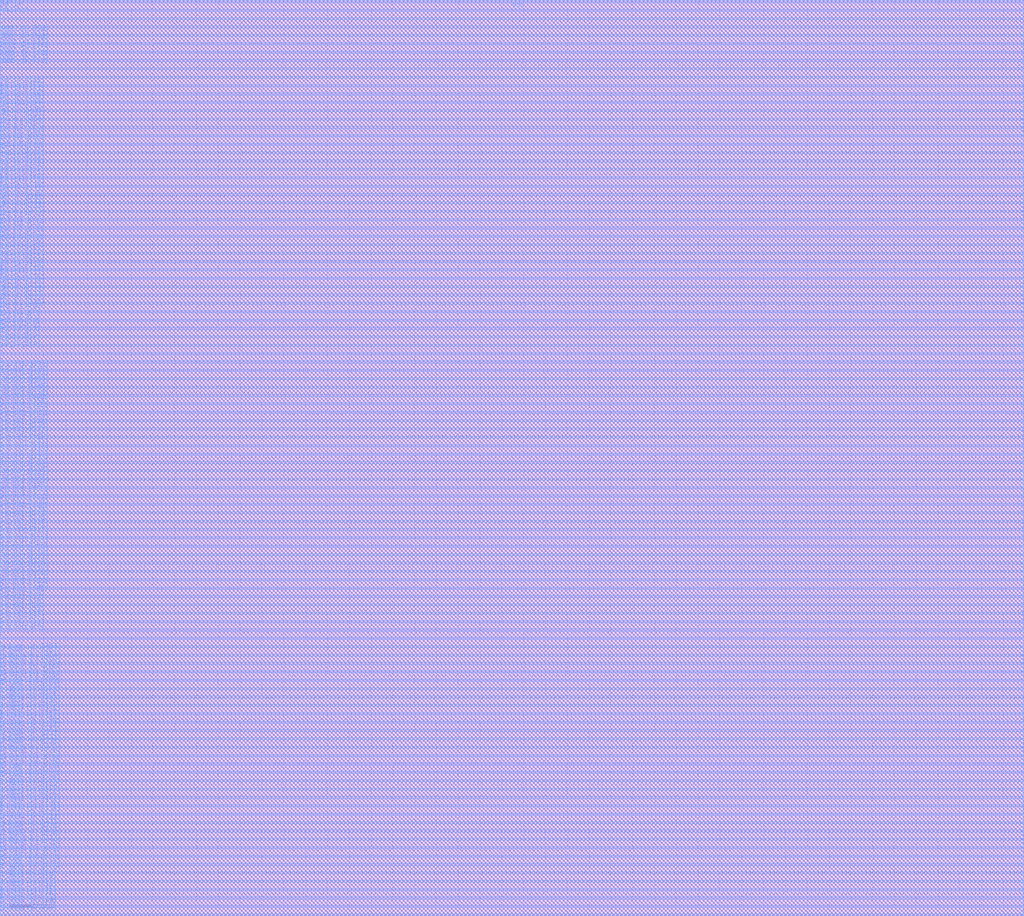
<source format=lef>
# Generated by FakeRAM 2.0
VERSION 5.7 ;
BUSBITCHARS "[]" ;
PROPERTYDEFINITIONS
  MACRO width INTEGER ;
  MACRO depth INTEGER ;
  MACRO banks INTEGER ;
END PROPERTYDEFINITIONS
MACRO fakeram7_dp_512x64
  PROPERTY width 64 ;
  PROPERTY depth 512 ;
  PROPERTY banks 4 ;
  FOREIGN fakeram7_dp_512x64 0 0 ;
  SYMMETRY X Y ;
  SIZE 46.930 BY 42.000 ;
  CLASS BLOCK ;
  PIN w_mask_in_A[0]
    DIRECTION INPUT ;
    USE SIGNAL ;
    SHAPE ABUTMENT ;
    PORT
      LAYER M4 ;
      RECT 0.000 0.048 0.024 0.072 ;
    END
  END w_mask_in_A[0]
  PIN w_mask_in_B[0]
    DIRECTION INPUT ;
    USE SIGNAL ;
    SHAPE ABUTMENT ;
    PORT
      LAYER M4 ;
      RECT 46.906 0.048 46.930 0.072 ;
    END
  END w_mask_in_B[0]
  PIN w_mask_in_A[1]
    DIRECTION INPUT ;
    USE SIGNAL ;
    SHAPE ABUTMENT ;
    PORT
      LAYER M4 ;
      RECT 0.000 0.240 0.024 0.264 ;
    END
  END w_mask_in_A[1]
  PIN w_mask_in_B[1]
    DIRECTION INPUT ;
    USE SIGNAL ;
    SHAPE ABUTMENT ;
    PORT
      LAYER M4 ;
      RECT 46.906 0.240 46.930 0.264 ;
    END
  END w_mask_in_B[1]
  PIN w_mask_in_A[2]
    DIRECTION INPUT ;
    USE SIGNAL ;
    SHAPE ABUTMENT ;
    PORT
      LAYER M4 ;
      RECT 0.000 0.432 0.024 0.456 ;
    END
  END w_mask_in_A[2]
  PIN w_mask_in_B[2]
    DIRECTION INPUT ;
    USE SIGNAL ;
    SHAPE ABUTMENT ;
    PORT
      LAYER M4 ;
      RECT 46.906 0.432 46.930 0.456 ;
    END
  END w_mask_in_B[2]
  PIN w_mask_in_A[3]
    DIRECTION INPUT ;
    USE SIGNAL ;
    SHAPE ABUTMENT ;
    PORT
      LAYER M4 ;
      RECT 0.000 0.624 0.024 0.648 ;
    END
  END w_mask_in_A[3]
  PIN w_mask_in_B[3]
    DIRECTION INPUT ;
    USE SIGNAL ;
    SHAPE ABUTMENT ;
    PORT
      LAYER M4 ;
      RECT 46.906 0.624 46.930 0.648 ;
    END
  END w_mask_in_B[3]
  PIN w_mask_in_A[4]
    DIRECTION INPUT ;
    USE SIGNAL ;
    SHAPE ABUTMENT ;
    PORT
      LAYER M4 ;
      RECT 0.000 0.816 0.024 0.840 ;
    END
  END w_mask_in_A[4]
  PIN w_mask_in_B[4]
    DIRECTION INPUT ;
    USE SIGNAL ;
    SHAPE ABUTMENT ;
    PORT
      LAYER M4 ;
      RECT 46.906 0.816 46.930 0.840 ;
    END
  END w_mask_in_B[4]
  PIN w_mask_in_A[5]
    DIRECTION INPUT ;
    USE SIGNAL ;
    SHAPE ABUTMENT ;
    PORT
      LAYER M4 ;
      RECT 0.000 1.008 0.024 1.032 ;
    END
  END w_mask_in_A[5]
  PIN w_mask_in_B[5]
    DIRECTION INPUT ;
    USE SIGNAL ;
    SHAPE ABUTMENT ;
    PORT
      LAYER M4 ;
      RECT 46.906 1.008 46.930 1.032 ;
    END
  END w_mask_in_B[5]
  PIN w_mask_in_A[6]
    DIRECTION INPUT ;
    USE SIGNAL ;
    SHAPE ABUTMENT ;
    PORT
      LAYER M4 ;
      RECT 0.000 1.200 0.024 1.224 ;
    END
  END w_mask_in_A[6]
  PIN w_mask_in_B[6]
    DIRECTION INPUT ;
    USE SIGNAL ;
    SHAPE ABUTMENT ;
    PORT
      LAYER M4 ;
      RECT 46.906 1.200 46.930 1.224 ;
    END
  END w_mask_in_B[6]
  PIN w_mask_in_A[7]
    DIRECTION INPUT ;
    USE SIGNAL ;
    SHAPE ABUTMENT ;
    PORT
      LAYER M4 ;
      RECT 0.000 1.392 0.024 1.416 ;
    END
  END w_mask_in_A[7]
  PIN w_mask_in_B[7]
    DIRECTION INPUT ;
    USE SIGNAL ;
    SHAPE ABUTMENT ;
    PORT
      LAYER M4 ;
      RECT 46.906 1.392 46.930 1.416 ;
    END
  END w_mask_in_B[7]
  PIN w_mask_in_A[8]
    DIRECTION INPUT ;
    USE SIGNAL ;
    SHAPE ABUTMENT ;
    PORT
      LAYER M4 ;
      RECT 0.000 1.584 0.024 1.608 ;
    END
  END w_mask_in_A[8]
  PIN w_mask_in_B[8]
    DIRECTION INPUT ;
    USE SIGNAL ;
    SHAPE ABUTMENT ;
    PORT
      LAYER M4 ;
      RECT 46.906 1.584 46.930 1.608 ;
    END
  END w_mask_in_B[8]
  PIN w_mask_in_A[9]
    DIRECTION INPUT ;
    USE SIGNAL ;
    SHAPE ABUTMENT ;
    PORT
      LAYER M4 ;
      RECT 0.000 1.776 0.024 1.800 ;
    END
  END w_mask_in_A[9]
  PIN w_mask_in_B[9]
    DIRECTION INPUT ;
    USE SIGNAL ;
    SHAPE ABUTMENT ;
    PORT
      LAYER M4 ;
      RECT 46.906 1.776 46.930 1.800 ;
    END
  END w_mask_in_B[9]
  PIN w_mask_in_A[10]
    DIRECTION INPUT ;
    USE SIGNAL ;
    SHAPE ABUTMENT ;
    PORT
      LAYER M4 ;
      RECT 0.000 1.968 0.024 1.992 ;
    END
  END w_mask_in_A[10]
  PIN w_mask_in_B[10]
    DIRECTION INPUT ;
    USE SIGNAL ;
    SHAPE ABUTMENT ;
    PORT
      LAYER M4 ;
      RECT 46.906 1.968 46.930 1.992 ;
    END
  END w_mask_in_B[10]
  PIN w_mask_in_A[11]
    DIRECTION INPUT ;
    USE SIGNAL ;
    SHAPE ABUTMENT ;
    PORT
      LAYER M4 ;
      RECT 0.000 2.160 0.024 2.184 ;
    END
  END w_mask_in_A[11]
  PIN w_mask_in_B[11]
    DIRECTION INPUT ;
    USE SIGNAL ;
    SHAPE ABUTMENT ;
    PORT
      LAYER M4 ;
      RECT 46.906 2.160 46.930 2.184 ;
    END
  END w_mask_in_B[11]
  PIN w_mask_in_A[12]
    DIRECTION INPUT ;
    USE SIGNAL ;
    SHAPE ABUTMENT ;
    PORT
      LAYER M4 ;
      RECT 0.000 2.352 0.024 2.376 ;
    END
  END w_mask_in_A[12]
  PIN w_mask_in_B[12]
    DIRECTION INPUT ;
    USE SIGNAL ;
    SHAPE ABUTMENT ;
    PORT
      LAYER M4 ;
      RECT 46.906 2.352 46.930 2.376 ;
    END
  END w_mask_in_B[12]
  PIN w_mask_in_A[13]
    DIRECTION INPUT ;
    USE SIGNAL ;
    SHAPE ABUTMENT ;
    PORT
      LAYER M4 ;
      RECT 0.000 2.544 0.024 2.568 ;
    END
  END w_mask_in_A[13]
  PIN w_mask_in_B[13]
    DIRECTION INPUT ;
    USE SIGNAL ;
    SHAPE ABUTMENT ;
    PORT
      LAYER M4 ;
      RECT 46.906 2.544 46.930 2.568 ;
    END
  END w_mask_in_B[13]
  PIN w_mask_in_A[14]
    DIRECTION INPUT ;
    USE SIGNAL ;
    SHAPE ABUTMENT ;
    PORT
      LAYER M4 ;
      RECT 0.000 2.736 0.024 2.760 ;
    END
  END w_mask_in_A[14]
  PIN w_mask_in_B[14]
    DIRECTION INPUT ;
    USE SIGNAL ;
    SHAPE ABUTMENT ;
    PORT
      LAYER M4 ;
      RECT 46.906 2.736 46.930 2.760 ;
    END
  END w_mask_in_B[14]
  PIN w_mask_in_A[15]
    DIRECTION INPUT ;
    USE SIGNAL ;
    SHAPE ABUTMENT ;
    PORT
      LAYER M4 ;
      RECT 0.000 2.928 0.024 2.952 ;
    END
  END w_mask_in_A[15]
  PIN w_mask_in_B[15]
    DIRECTION INPUT ;
    USE SIGNAL ;
    SHAPE ABUTMENT ;
    PORT
      LAYER M4 ;
      RECT 46.906 2.928 46.930 2.952 ;
    END
  END w_mask_in_B[15]
  PIN w_mask_in_A[16]
    DIRECTION INPUT ;
    USE SIGNAL ;
    SHAPE ABUTMENT ;
    PORT
      LAYER M4 ;
      RECT 0.000 3.120 0.024 3.144 ;
    END
  END w_mask_in_A[16]
  PIN w_mask_in_B[16]
    DIRECTION INPUT ;
    USE SIGNAL ;
    SHAPE ABUTMENT ;
    PORT
      LAYER M4 ;
      RECT 46.906 3.120 46.930 3.144 ;
    END
  END w_mask_in_B[16]
  PIN w_mask_in_A[17]
    DIRECTION INPUT ;
    USE SIGNAL ;
    SHAPE ABUTMENT ;
    PORT
      LAYER M4 ;
      RECT 0.000 3.312 0.024 3.336 ;
    END
  END w_mask_in_A[17]
  PIN w_mask_in_B[17]
    DIRECTION INPUT ;
    USE SIGNAL ;
    SHAPE ABUTMENT ;
    PORT
      LAYER M4 ;
      RECT 46.906 3.312 46.930 3.336 ;
    END
  END w_mask_in_B[17]
  PIN w_mask_in_A[18]
    DIRECTION INPUT ;
    USE SIGNAL ;
    SHAPE ABUTMENT ;
    PORT
      LAYER M4 ;
      RECT 0.000 3.504 0.024 3.528 ;
    END
  END w_mask_in_A[18]
  PIN w_mask_in_B[18]
    DIRECTION INPUT ;
    USE SIGNAL ;
    SHAPE ABUTMENT ;
    PORT
      LAYER M4 ;
      RECT 46.906 3.504 46.930 3.528 ;
    END
  END w_mask_in_B[18]
  PIN w_mask_in_A[19]
    DIRECTION INPUT ;
    USE SIGNAL ;
    SHAPE ABUTMENT ;
    PORT
      LAYER M4 ;
      RECT 0.000 3.696 0.024 3.720 ;
    END
  END w_mask_in_A[19]
  PIN w_mask_in_B[19]
    DIRECTION INPUT ;
    USE SIGNAL ;
    SHAPE ABUTMENT ;
    PORT
      LAYER M4 ;
      RECT 46.906 3.696 46.930 3.720 ;
    END
  END w_mask_in_B[19]
  PIN w_mask_in_A[20]
    DIRECTION INPUT ;
    USE SIGNAL ;
    SHAPE ABUTMENT ;
    PORT
      LAYER M4 ;
      RECT 0.000 3.888 0.024 3.912 ;
    END
  END w_mask_in_A[20]
  PIN w_mask_in_B[20]
    DIRECTION INPUT ;
    USE SIGNAL ;
    SHAPE ABUTMENT ;
    PORT
      LAYER M4 ;
      RECT 46.906 3.888 46.930 3.912 ;
    END
  END w_mask_in_B[20]
  PIN w_mask_in_A[21]
    DIRECTION INPUT ;
    USE SIGNAL ;
    SHAPE ABUTMENT ;
    PORT
      LAYER M4 ;
      RECT 0.000 4.080 0.024 4.104 ;
    END
  END w_mask_in_A[21]
  PIN w_mask_in_B[21]
    DIRECTION INPUT ;
    USE SIGNAL ;
    SHAPE ABUTMENT ;
    PORT
      LAYER M4 ;
      RECT 46.906 4.080 46.930 4.104 ;
    END
  END w_mask_in_B[21]
  PIN w_mask_in_A[22]
    DIRECTION INPUT ;
    USE SIGNAL ;
    SHAPE ABUTMENT ;
    PORT
      LAYER M4 ;
      RECT 0.000 4.272 0.024 4.296 ;
    END
  END w_mask_in_A[22]
  PIN w_mask_in_B[22]
    DIRECTION INPUT ;
    USE SIGNAL ;
    SHAPE ABUTMENT ;
    PORT
      LAYER M4 ;
      RECT 46.906 4.272 46.930 4.296 ;
    END
  END w_mask_in_B[22]
  PIN w_mask_in_A[23]
    DIRECTION INPUT ;
    USE SIGNAL ;
    SHAPE ABUTMENT ;
    PORT
      LAYER M4 ;
      RECT 0.000 4.464 0.024 4.488 ;
    END
  END w_mask_in_A[23]
  PIN w_mask_in_B[23]
    DIRECTION INPUT ;
    USE SIGNAL ;
    SHAPE ABUTMENT ;
    PORT
      LAYER M4 ;
      RECT 46.906 4.464 46.930 4.488 ;
    END
  END w_mask_in_B[23]
  PIN w_mask_in_A[24]
    DIRECTION INPUT ;
    USE SIGNAL ;
    SHAPE ABUTMENT ;
    PORT
      LAYER M4 ;
      RECT 0.000 4.656 0.024 4.680 ;
    END
  END w_mask_in_A[24]
  PIN w_mask_in_B[24]
    DIRECTION INPUT ;
    USE SIGNAL ;
    SHAPE ABUTMENT ;
    PORT
      LAYER M4 ;
      RECT 46.906 4.656 46.930 4.680 ;
    END
  END w_mask_in_B[24]
  PIN w_mask_in_A[25]
    DIRECTION INPUT ;
    USE SIGNAL ;
    SHAPE ABUTMENT ;
    PORT
      LAYER M4 ;
      RECT 0.000 4.848 0.024 4.872 ;
    END
  END w_mask_in_A[25]
  PIN w_mask_in_B[25]
    DIRECTION INPUT ;
    USE SIGNAL ;
    SHAPE ABUTMENT ;
    PORT
      LAYER M4 ;
      RECT 46.906 4.848 46.930 4.872 ;
    END
  END w_mask_in_B[25]
  PIN w_mask_in_A[26]
    DIRECTION INPUT ;
    USE SIGNAL ;
    SHAPE ABUTMENT ;
    PORT
      LAYER M4 ;
      RECT 0.000 5.040 0.024 5.064 ;
    END
  END w_mask_in_A[26]
  PIN w_mask_in_B[26]
    DIRECTION INPUT ;
    USE SIGNAL ;
    SHAPE ABUTMENT ;
    PORT
      LAYER M4 ;
      RECT 46.906 5.040 46.930 5.064 ;
    END
  END w_mask_in_B[26]
  PIN w_mask_in_A[27]
    DIRECTION INPUT ;
    USE SIGNAL ;
    SHAPE ABUTMENT ;
    PORT
      LAYER M4 ;
      RECT 0.000 5.232 0.024 5.256 ;
    END
  END w_mask_in_A[27]
  PIN w_mask_in_B[27]
    DIRECTION INPUT ;
    USE SIGNAL ;
    SHAPE ABUTMENT ;
    PORT
      LAYER M4 ;
      RECT 46.906 5.232 46.930 5.256 ;
    END
  END w_mask_in_B[27]
  PIN w_mask_in_A[28]
    DIRECTION INPUT ;
    USE SIGNAL ;
    SHAPE ABUTMENT ;
    PORT
      LAYER M4 ;
      RECT 0.000 5.424 0.024 5.448 ;
    END
  END w_mask_in_A[28]
  PIN w_mask_in_B[28]
    DIRECTION INPUT ;
    USE SIGNAL ;
    SHAPE ABUTMENT ;
    PORT
      LAYER M4 ;
      RECT 46.906 5.424 46.930 5.448 ;
    END
  END w_mask_in_B[28]
  PIN w_mask_in_A[29]
    DIRECTION INPUT ;
    USE SIGNAL ;
    SHAPE ABUTMENT ;
    PORT
      LAYER M4 ;
      RECT 0.000 5.616 0.024 5.640 ;
    END
  END w_mask_in_A[29]
  PIN w_mask_in_B[29]
    DIRECTION INPUT ;
    USE SIGNAL ;
    SHAPE ABUTMENT ;
    PORT
      LAYER M4 ;
      RECT 46.906 5.616 46.930 5.640 ;
    END
  END w_mask_in_B[29]
  PIN w_mask_in_A[30]
    DIRECTION INPUT ;
    USE SIGNAL ;
    SHAPE ABUTMENT ;
    PORT
      LAYER M4 ;
      RECT 0.000 5.808 0.024 5.832 ;
    END
  END w_mask_in_A[30]
  PIN w_mask_in_B[30]
    DIRECTION INPUT ;
    USE SIGNAL ;
    SHAPE ABUTMENT ;
    PORT
      LAYER M4 ;
      RECT 46.906 5.808 46.930 5.832 ;
    END
  END w_mask_in_B[30]
  PIN w_mask_in_A[31]
    DIRECTION INPUT ;
    USE SIGNAL ;
    SHAPE ABUTMENT ;
    PORT
      LAYER M4 ;
      RECT 0.000 6.000 0.024 6.024 ;
    END
  END w_mask_in_A[31]
  PIN w_mask_in_B[31]
    DIRECTION INPUT ;
    USE SIGNAL ;
    SHAPE ABUTMENT ;
    PORT
      LAYER M4 ;
      RECT 46.906 6.000 46.930 6.024 ;
    END
  END w_mask_in_B[31]
  PIN w_mask_in_A[32]
    DIRECTION INPUT ;
    USE SIGNAL ;
    SHAPE ABUTMENT ;
    PORT
      LAYER M4 ;
      RECT 0.000 6.192 0.024 6.216 ;
    END
  END w_mask_in_A[32]
  PIN w_mask_in_B[32]
    DIRECTION INPUT ;
    USE SIGNAL ;
    SHAPE ABUTMENT ;
    PORT
      LAYER M4 ;
      RECT 46.906 6.192 46.930 6.216 ;
    END
  END w_mask_in_B[32]
  PIN w_mask_in_A[33]
    DIRECTION INPUT ;
    USE SIGNAL ;
    SHAPE ABUTMENT ;
    PORT
      LAYER M4 ;
      RECT 0.000 6.384 0.024 6.408 ;
    END
  END w_mask_in_A[33]
  PIN w_mask_in_B[33]
    DIRECTION INPUT ;
    USE SIGNAL ;
    SHAPE ABUTMENT ;
    PORT
      LAYER M4 ;
      RECT 46.906 6.384 46.930 6.408 ;
    END
  END w_mask_in_B[33]
  PIN w_mask_in_A[34]
    DIRECTION INPUT ;
    USE SIGNAL ;
    SHAPE ABUTMENT ;
    PORT
      LAYER M4 ;
      RECT 0.000 6.576 0.024 6.600 ;
    END
  END w_mask_in_A[34]
  PIN w_mask_in_B[34]
    DIRECTION INPUT ;
    USE SIGNAL ;
    SHAPE ABUTMENT ;
    PORT
      LAYER M4 ;
      RECT 46.906 6.576 46.930 6.600 ;
    END
  END w_mask_in_B[34]
  PIN w_mask_in_A[35]
    DIRECTION INPUT ;
    USE SIGNAL ;
    SHAPE ABUTMENT ;
    PORT
      LAYER M4 ;
      RECT 0.000 6.768 0.024 6.792 ;
    END
  END w_mask_in_A[35]
  PIN w_mask_in_B[35]
    DIRECTION INPUT ;
    USE SIGNAL ;
    SHAPE ABUTMENT ;
    PORT
      LAYER M4 ;
      RECT 46.906 6.768 46.930 6.792 ;
    END
  END w_mask_in_B[35]
  PIN w_mask_in_A[36]
    DIRECTION INPUT ;
    USE SIGNAL ;
    SHAPE ABUTMENT ;
    PORT
      LAYER M4 ;
      RECT 0.000 6.960 0.024 6.984 ;
    END
  END w_mask_in_A[36]
  PIN w_mask_in_B[36]
    DIRECTION INPUT ;
    USE SIGNAL ;
    SHAPE ABUTMENT ;
    PORT
      LAYER M4 ;
      RECT 46.906 6.960 46.930 6.984 ;
    END
  END w_mask_in_B[36]
  PIN w_mask_in_A[37]
    DIRECTION INPUT ;
    USE SIGNAL ;
    SHAPE ABUTMENT ;
    PORT
      LAYER M4 ;
      RECT 0.000 7.152 0.024 7.176 ;
    END
  END w_mask_in_A[37]
  PIN w_mask_in_B[37]
    DIRECTION INPUT ;
    USE SIGNAL ;
    SHAPE ABUTMENT ;
    PORT
      LAYER M4 ;
      RECT 46.906 7.152 46.930 7.176 ;
    END
  END w_mask_in_B[37]
  PIN w_mask_in_A[38]
    DIRECTION INPUT ;
    USE SIGNAL ;
    SHAPE ABUTMENT ;
    PORT
      LAYER M4 ;
      RECT 0.000 7.344 0.024 7.368 ;
    END
  END w_mask_in_A[38]
  PIN w_mask_in_B[38]
    DIRECTION INPUT ;
    USE SIGNAL ;
    SHAPE ABUTMENT ;
    PORT
      LAYER M4 ;
      RECT 46.906 7.344 46.930 7.368 ;
    END
  END w_mask_in_B[38]
  PIN w_mask_in_A[39]
    DIRECTION INPUT ;
    USE SIGNAL ;
    SHAPE ABUTMENT ;
    PORT
      LAYER M4 ;
      RECT 0.000 7.536 0.024 7.560 ;
    END
  END w_mask_in_A[39]
  PIN w_mask_in_B[39]
    DIRECTION INPUT ;
    USE SIGNAL ;
    SHAPE ABUTMENT ;
    PORT
      LAYER M4 ;
      RECT 46.906 7.536 46.930 7.560 ;
    END
  END w_mask_in_B[39]
  PIN w_mask_in_A[40]
    DIRECTION INPUT ;
    USE SIGNAL ;
    SHAPE ABUTMENT ;
    PORT
      LAYER M4 ;
      RECT 0.000 7.728 0.024 7.752 ;
    END
  END w_mask_in_A[40]
  PIN w_mask_in_B[40]
    DIRECTION INPUT ;
    USE SIGNAL ;
    SHAPE ABUTMENT ;
    PORT
      LAYER M4 ;
      RECT 46.906 7.728 46.930 7.752 ;
    END
  END w_mask_in_B[40]
  PIN w_mask_in_A[41]
    DIRECTION INPUT ;
    USE SIGNAL ;
    SHAPE ABUTMENT ;
    PORT
      LAYER M4 ;
      RECT 0.000 7.920 0.024 7.944 ;
    END
  END w_mask_in_A[41]
  PIN w_mask_in_B[41]
    DIRECTION INPUT ;
    USE SIGNAL ;
    SHAPE ABUTMENT ;
    PORT
      LAYER M4 ;
      RECT 46.906 7.920 46.930 7.944 ;
    END
  END w_mask_in_B[41]
  PIN w_mask_in_A[42]
    DIRECTION INPUT ;
    USE SIGNAL ;
    SHAPE ABUTMENT ;
    PORT
      LAYER M4 ;
      RECT 0.000 8.112 0.024 8.136 ;
    END
  END w_mask_in_A[42]
  PIN w_mask_in_B[42]
    DIRECTION INPUT ;
    USE SIGNAL ;
    SHAPE ABUTMENT ;
    PORT
      LAYER M4 ;
      RECT 46.906 8.112 46.930 8.136 ;
    END
  END w_mask_in_B[42]
  PIN w_mask_in_A[43]
    DIRECTION INPUT ;
    USE SIGNAL ;
    SHAPE ABUTMENT ;
    PORT
      LAYER M4 ;
      RECT 0.000 8.304 0.024 8.328 ;
    END
  END w_mask_in_A[43]
  PIN w_mask_in_B[43]
    DIRECTION INPUT ;
    USE SIGNAL ;
    SHAPE ABUTMENT ;
    PORT
      LAYER M4 ;
      RECT 46.906 8.304 46.930 8.328 ;
    END
  END w_mask_in_B[43]
  PIN w_mask_in_A[44]
    DIRECTION INPUT ;
    USE SIGNAL ;
    SHAPE ABUTMENT ;
    PORT
      LAYER M4 ;
      RECT 0.000 8.496 0.024 8.520 ;
    END
  END w_mask_in_A[44]
  PIN w_mask_in_B[44]
    DIRECTION INPUT ;
    USE SIGNAL ;
    SHAPE ABUTMENT ;
    PORT
      LAYER M4 ;
      RECT 46.906 8.496 46.930 8.520 ;
    END
  END w_mask_in_B[44]
  PIN w_mask_in_A[45]
    DIRECTION INPUT ;
    USE SIGNAL ;
    SHAPE ABUTMENT ;
    PORT
      LAYER M4 ;
      RECT 0.000 8.688 0.024 8.712 ;
    END
  END w_mask_in_A[45]
  PIN w_mask_in_B[45]
    DIRECTION INPUT ;
    USE SIGNAL ;
    SHAPE ABUTMENT ;
    PORT
      LAYER M4 ;
      RECT 46.906 8.688 46.930 8.712 ;
    END
  END w_mask_in_B[45]
  PIN w_mask_in_A[46]
    DIRECTION INPUT ;
    USE SIGNAL ;
    SHAPE ABUTMENT ;
    PORT
      LAYER M4 ;
      RECT 0.000 8.880 0.024 8.904 ;
    END
  END w_mask_in_A[46]
  PIN w_mask_in_B[46]
    DIRECTION INPUT ;
    USE SIGNAL ;
    SHAPE ABUTMENT ;
    PORT
      LAYER M4 ;
      RECT 46.906 8.880 46.930 8.904 ;
    END
  END w_mask_in_B[46]
  PIN w_mask_in_A[47]
    DIRECTION INPUT ;
    USE SIGNAL ;
    SHAPE ABUTMENT ;
    PORT
      LAYER M4 ;
      RECT 0.000 9.072 0.024 9.096 ;
    END
  END w_mask_in_A[47]
  PIN w_mask_in_B[47]
    DIRECTION INPUT ;
    USE SIGNAL ;
    SHAPE ABUTMENT ;
    PORT
      LAYER M4 ;
      RECT 46.906 9.072 46.930 9.096 ;
    END
  END w_mask_in_B[47]
  PIN w_mask_in_A[48]
    DIRECTION INPUT ;
    USE SIGNAL ;
    SHAPE ABUTMENT ;
    PORT
      LAYER M4 ;
      RECT 0.000 9.264 0.024 9.288 ;
    END
  END w_mask_in_A[48]
  PIN w_mask_in_B[48]
    DIRECTION INPUT ;
    USE SIGNAL ;
    SHAPE ABUTMENT ;
    PORT
      LAYER M4 ;
      RECT 46.906 9.264 46.930 9.288 ;
    END
  END w_mask_in_B[48]
  PIN w_mask_in_A[49]
    DIRECTION INPUT ;
    USE SIGNAL ;
    SHAPE ABUTMENT ;
    PORT
      LAYER M4 ;
      RECT 0.000 9.456 0.024 9.480 ;
    END
  END w_mask_in_A[49]
  PIN w_mask_in_B[49]
    DIRECTION INPUT ;
    USE SIGNAL ;
    SHAPE ABUTMENT ;
    PORT
      LAYER M4 ;
      RECT 46.906 9.456 46.930 9.480 ;
    END
  END w_mask_in_B[49]
  PIN w_mask_in_A[50]
    DIRECTION INPUT ;
    USE SIGNAL ;
    SHAPE ABUTMENT ;
    PORT
      LAYER M4 ;
      RECT 0.000 9.648 0.024 9.672 ;
    END
  END w_mask_in_A[50]
  PIN w_mask_in_B[50]
    DIRECTION INPUT ;
    USE SIGNAL ;
    SHAPE ABUTMENT ;
    PORT
      LAYER M4 ;
      RECT 46.906 9.648 46.930 9.672 ;
    END
  END w_mask_in_B[50]
  PIN w_mask_in_A[51]
    DIRECTION INPUT ;
    USE SIGNAL ;
    SHAPE ABUTMENT ;
    PORT
      LAYER M4 ;
      RECT 0.000 9.840 0.024 9.864 ;
    END
  END w_mask_in_A[51]
  PIN w_mask_in_B[51]
    DIRECTION INPUT ;
    USE SIGNAL ;
    SHAPE ABUTMENT ;
    PORT
      LAYER M4 ;
      RECT 46.906 9.840 46.930 9.864 ;
    END
  END w_mask_in_B[51]
  PIN w_mask_in_A[52]
    DIRECTION INPUT ;
    USE SIGNAL ;
    SHAPE ABUTMENT ;
    PORT
      LAYER M4 ;
      RECT 0.000 10.032 0.024 10.056 ;
    END
  END w_mask_in_A[52]
  PIN w_mask_in_B[52]
    DIRECTION INPUT ;
    USE SIGNAL ;
    SHAPE ABUTMENT ;
    PORT
      LAYER M4 ;
      RECT 46.906 10.032 46.930 10.056 ;
    END
  END w_mask_in_B[52]
  PIN w_mask_in_A[53]
    DIRECTION INPUT ;
    USE SIGNAL ;
    SHAPE ABUTMENT ;
    PORT
      LAYER M4 ;
      RECT 0.000 10.224 0.024 10.248 ;
    END
  END w_mask_in_A[53]
  PIN w_mask_in_B[53]
    DIRECTION INPUT ;
    USE SIGNAL ;
    SHAPE ABUTMENT ;
    PORT
      LAYER M4 ;
      RECT 46.906 10.224 46.930 10.248 ;
    END
  END w_mask_in_B[53]
  PIN w_mask_in_A[54]
    DIRECTION INPUT ;
    USE SIGNAL ;
    SHAPE ABUTMENT ;
    PORT
      LAYER M4 ;
      RECT 0.000 10.416 0.024 10.440 ;
    END
  END w_mask_in_A[54]
  PIN w_mask_in_B[54]
    DIRECTION INPUT ;
    USE SIGNAL ;
    SHAPE ABUTMENT ;
    PORT
      LAYER M4 ;
      RECT 46.906 10.416 46.930 10.440 ;
    END
  END w_mask_in_B[54]
  PIN w_mask_in_A[55]
    DIRECTION INPUT ;
    USE SIGNAL ;
    SHAPE ABUTMENT ;
    PORT
      LAYER M4 ;
      RECT 0.000 10.608 0.024 10.632 ;
    END
  END w_mask_in_A[55]
  PIN w_mask_in_B[55]
    DIRECTION INPUT ;
    USE SIGNAL ;
    SHAPE ABUTMENT ;
    PORT
      LAYER M4 ;
      RECT 46.906 10.608 46.930 10.632 ;
    END
  END w_mask_in_B[55]
  PIN w_mask_in_A[56]
    DIRECTION INPUT ;
    USE SIGNAL ;
    SHAPE ABUTMENT ;
    PORT
      LAYER M4 ;
      RECT 0.000 10.800 0.024 10.824 ;
    END
  END w_mask_in_A[56]
  PIN w_mask_in_B[56]
    DIRECTION INPUT ;
    USE SIGNAL ;
    SHAPE ABUTMENT ;
    PORT
      LAYER M4 ;
      RECT 46.906 10.800 46.930 10.824 ;
    END
  END w_mask_in_B[56]
  PIN w_mask_in_A[57]
    DIRECTION INPUT ;
    USE SIGNAL ;
    SHAPE ABUTMENT ;
    PORT
      LAYER M4 ;
      RECT 0.000 10.992 0.024 11.016 ;
    END
  END w_mask_in_A[57]
  PIN w_mask_in_B[57]
    DIRECTION INPUT ;
    USE SIGNAL ;
    SHAPE ABUTMENT ;
    PORT
      LAYER M4 ;
      RECT 46.906 10.992 46.930 11.016 ;
    END
  END w_mask_in_B[57]
  PIN w_mask_in_A[58]
    DIRECTION INPUT ;
    USE SIGNAL ;
    SHAPE ABUTMENT ;
    PORT
      LAYER M4 ;
      RECT 0.000 11.184 0.024 11.208 ;
    END
  END w_mask_in_A[58]
  PIN w_mask_in_B[58]
    DIRECTION INPUT ;
    USE SIGNAL ;
    SHAPE ABUTMENT ;
    PORT
      LAYER M4 ;
      RECT 46.906 11.184 46.930 11.208 ;
    END
  END w_mask_in_B[58]
  PIN w_mask_in_A[59]
    DIRECTION INPUT ;
    USE SIGNAL ;
    SHAPE ABUTMENT ;
    PORT
      LAYER M4 ;
      RECT 0.000 11.376 0.024 11.400 ;
    END
  END w_mask_in_A[59]
  PIN w_mask_in_B[59]
    DIRECTION INPUT ;
    USE SIGNAL ;
    SHAPE ABUTMENT ;
    PORT
      LAYER M4 ;
      RECT 46.906 11.376 46.930 11.400 ;
    END
  END w_mask_in_B[59]
  PIN w_mask_in_A[60]
    DIRECTION INPUT ;
    USE SIGNAL ;
    SHAPE ABUTMENT ;
    PORT
      LAYER M4 ;
      RECT 0.000 11.568 0.024 11.592 ;
    END
  END w_mask_in_A[60]
  PIN w_mask_in_B[60]
    DIRECTION INPUT ;
    USE SIGNAL ;
    SHAPE ABUTMENT ;
    PORT
      LAYER M4 ;
      RECT 46.906 11.568 46.930 11.592 ;
    END
  END w_mask_in_B[60]
  PIN w_mask_in_A[61]
    DIRECTION INPUT ;
    USE SIGNAL ;
    SHAPE ABUTMENT ;
    PORT
      LAYER M4 ;
      RECT 0.000 11.760 0.024 11.784 ;
    END
  END w_mask_in_A[61]
  PIN w_mask_in_B[61]
    DIRECTION INPUT ;
    USE SIGNAL ;
    SHAPE ABUTMENT ;
    PORT
      LAYER M4 ;
      RECT 46.906 11.760 46.930 11.784 ;
    END
  END w_mask_in_B[61]
  PIN w_mask_in_A[62]
    DIRECTION INPUT ;
    USE SIGNAL ;
    SHAPE ABUTMENT ;
    PORT
      LAYER M4 ;
      RECT 0.000 11.952 0.024 11.976 ;
    END
  END w_mask_in_A[62]
  PIN w_mask_in_B[62]
    DIRECTION INPUT ;
    USE SIGNAL ;
    SHAPE ABUTMENT ;
    PORT
      LAYER M4 ;
      RECT 46.906 11.952 46.930 11.976 ;
    END
  END w_mask_in_B[62]
  PIN w_mask_in_A[63]
    DIRECTION INPUT ;
    USE SIGNAL ;
    SHAPE ABUTMENT ;
    PORT
      LAYER M4 ;
      RECT 0.000 12.144 0.024 12.168 ;
    END
  END w_mask_in_A[63]
  PIN w_mask_in_B[63]
    DIRECTION INPUT ;
    USE SIGNAL ;
    SHAPE ABUTMENT ;
    PORT
      LAYER M4 ;
      RECT 46.906 12.144 46.930 12.168 ;
    END
  END w_mask_in_B[63]
  PIN rd_out_A[0]
    DIRECTION OUTPUT ;
    USE SIGNAL ;
    SHAPE ABUTMENT ;
    PORT
      LAYER M4 ;
      RECT 0.000 13.008 0.024 13.032 ;
    END
  END rd_out_A[0]
  PIN rd_out_B[0]
    DIRECTION OUTPUT ;
    USE SIGNAL ;
    SHAPE ABUTMENT ;
    PORT
      LAYER M4 ;
      RECT 46.906 13.008 46.930 13.032 ;
    END
  END rd_out_B[0]
  PIN rd_out_A[1]
    DIRECTION OUTPUT ;
    USE SIGNAL ;
    SHAPE ABUTMENT ;
    PORT
      LAYER M4 ;
      RECT 0.000 13.200 0.024 13.224 ;
    END
  END rd_out_A[1]
  PIN rd_out_B[1]
    DIRECTION OUTPUT ;
    USE SIGNAL ;
    SHAPE ABUTMENT ;
    PORT
      LAYER M4 ;
      RECT 46.906 13.200 46.930 13.224 ;
    END
  END rd_out_B[1]
  PIN rd_out_A[2]
    DIRECTION OUTPUT ;
    USE SIGNAL ;
    SHAPE ABUTMENT ;
    PORT
      LAYER M4 ;
      RECT 0.000 13.392 0.024 13.416 ;
    END
  END rd_out_A[2]
  PIN rd_out_B[2]
    DIRECTION OUTPUT ;
    USE SIGNAL ;
    SHAPE ABUTMENT ;
    PORT
      LAYER M4 ;
      RECT 46.906 13.392 46.930 13.416 ;
    END
  END rd_out_B[2]
  PIN rd_out_A[3]
    DIRECTION OUTPUT ;
    USE SIGNAL ;
    SHAPE ABUTMENT ;
    PORT
      LAYER M4 ;
      RECT 0.000 13.584 0.024 13.608 ;
    END
  END rd_out_A[3]
  PIN rd_out_B[3]
    DIRECTION OUTPUT ;
    USE SIGNAL ;
    SHAPE ABUTMENT ;
    PORT
      LAYER M4 ;
      RECT 46.906 13.584 46.930 13.608 ;
    END
  END rd_out_B[3]
  PIN rd_out_A[4]
    DIRECTION OUTPUT ;
    USE SIGNAL ;
    SHAPE ABUTMENT ;
    PORT
      LAYER M4 ;
      RECT 0.000 13.776 0.024 13.800 ;
    END
  END rd_out_A[4]
  PIN rd_out_B[4]
    DIRECTION OUTPUT ;
    USE SIGNAL ;
    SHAPE ABUTMENT ;
    PORT
      LAYER M4 ;
      RECT 46.906 13.776 46.930 13.800 ;
    END
  END rd_out_B[4]
  PIN rd_out_A[5]
    DIRECTION OUTPUT ;
    USE SIGNAL ;
    SHAPE ABUTMENT ;
    PORT
      LAYER M4 ;
      RECT 0.000 13.968 0.024 13.992 ;
    END
  END rd_out_A[5]
  PIN rd_out_B[5]
    DIRECTION OUTPUT ;
    USE SIGNAL ;
    SHAPE ABUTMENT ;
    PORT
      LAYER M4 ;
      RECT 46.906 13.968 46.930 13.992 ;
    END
  END rd_out_B[5]
  PIN rd_out_A[6]
    DIRECTION OUTPUT ;
    USE SIGNAL ;
    SHAPE ABUTMENT ;
    PORT
      LAYER M4 ;
      RECT 0.000 14.160 0.024 14.184 ;
    END
  END rd_out_A[6]
  PIN rd_out_B[6]
    DIRECTION OUTPUT ;
    USE SIGNAL ;
    SHAPE ABUTMENT ;
    PORT
      LAYER M4 ;
      RECT 46.906 14.160 46.930 14.184 ;
    END
  END rd_out_B[6]
  PIN rd_out_A[7]
    DIRECTION OUTPUT ;
    USE SIGNAL ;
    SHAPE ABUTMENT ;
    PORT
      LAYER M4 ;
      RECT 0.000 14.352 0.024 14.376 ;
    END
  END rd_out_A[7]
  PIN rd_out_B[7]
    DIRECTION OUTPUT ;
    USE SIGNAL ;
    SHAPE ABUTMENT ;
    PORT
      LAYER M4 ;
      RECT 46.906 14.352 46.930 14.376 ;
    END
  END rd_out_B[7]
  PIN rd_out_A[8]
    DIRECTION OUTPUT ;
    USE SIGNAL ;
    SHAPE ABUTMENT ;
    PORT
      LAYER M4 ;
      RECT 0.000 14.544 0.024 14.568 ;
    END
  END rd_out_A[8]
  PIN rd_out_B[8]
    DIRECTION OUTPUT ;
    USE SIGNAL ;
    SHAPE ABUTMENT ;
    PORT
      LAYER M4 ;
      RECT 46.906 14.544 46.930 14.568 ;
    END
  END rd_out_B[8]
  PIN rd_out_A[9]
    DIRECTION OUTPUT ;
    USE SIGNAL ;
    SHAPE ABUTMENT ;
    PORT
      LAYER M4 ;
      RECT 0.000 14.736 0.024 14.760 ;
    END
  END rd_out_A[9]
  PIN rd_out_B[9]
    DIRECTION OUTPUT ;
    USE SIGNAL ;
    SHAPE ABUTMENT ;
    PORT
      LAYER M4 ;
      RECT 46.906 14.736 46.930 14.760 ;
    END
  END rd_out_B[9]
  PIN rd_out_A[10]
    DIRECTION OUTPUT ;
    USE SIGNAL ;
    SHAPE ABUTMENT ;
    PORT
      LAYER M4 ;
      RECT 0.000 14.928 0.024 14.952 ;
    END
  END rd_out_A[10]
  PIN rd_out_B[10]
    DIRECTION OUTPUT ;
    USE SIGNAL ;
    SHAPE ABUTMENT ;
    PORT
      LAYER M4 ;
      RECT 46.906 14.928 46.930 14.952 ;
    END
  END rd_out_B[10]
  PIN rd_out_A[11]
    DIRECTION OUTPUT ;
    USE SIGNAL ;
    SHAPE ABUTMENT ;
    PORT
      LAYER M4 ;
      RECT 0.000 15.120 0.024 15.144 ;
    END
  END rd_out_A[11]
  PIN rd_out_B[11]
    DIRECTION OUTPUT ;
    USE SIGNAL ;
    SHAPE ABUTMENT ;
    PORT
      LAYER M4 ;
      RECT 46.906 15.120 46.930 15.144 ;
    END
  END rd_out_B[11]
  PIN rd_out_A[12]
    DIRECTION OUTPUT ;
    USE SIGNAL ;
    SHAPE ABUTMENT ;
    PORT
      LAYER M4 ;
      RECT 0.000 15.312 0.024 15.336 ;
    END
  END rd_out_A[12]
  PIN rd_out_B[12]
    DIRECTION OUTPUT ;
    USE SIGNAL ;
    SHAPE ABUTMENT ;
    PORT
      LAYER M4 ;
      RECT 46.906 15.312 46.930 15.336 ;
    END
  END rd_out_B[12]
  PIN rd_out_A[13]
    DIRECTION OUTPUT ;
    USE SIGNAL ;
    SHAPE ABUTMENT ;
    PORT
      LAYER M4 ;
      RECT 0.000 15.504 0.024 15.528 ;
    END
  END rd_out_A[13]
  PIN rd_out_B[13]
    DIRECTION OUTPUT ;
    USE SIGNAL ;
    SHAPE ABUTMENT ;
    PORT
      LAYER M4 ;
      RECT 46.906 15.504 46.930 15.528 ;
    END
  END rd_out_B[13]
  PIN rd_out_A[14]
    DIRECTION OUTPUT ;
    USE SIGNAL ;
    SHAPE ABUTMENT ;
    PORT
      LAYER M4 ;
      RECT 0.000 15.696 0.024 15.720 ;
    END
  END rd_out_A[14]
  PIN rd_out_B[14]
    DIRECTION OUTPUT ;
    USE SIGNAL ;
    SHAPE ABUTMENT ;
    PORT
      LAYER M4 ;
      RECT 46.906 15.696 46.930 15.720 ;
    END
  END rd_out_B[14]
  PIN rd_out_A[15]
    DIRECTION OUTPUT ;
    USE SIGNAL ;
    SHAPE ABUTMENT ;
    PORT
      LAYER M4 ;
      RECT 0.000 15.888 0.024 15.912 ;
    END
  END rd_out_A[15]
  PIN rd_out_B[15]
    DIRECTION OUTPUT ;
    USE SIGNAL ;
    SHAPE ABUTMENT ;
    PORT
      LAYER M4 ;
      RECT 46.906 15.888 46.930 15.912 ;
    END
  END rd_out_B[15]
  PIN rd_out_A[16]
    DIRECTION OUTPUT ;
    USE SIGNAL ;
    SHAPE ABUTMENT ;
    PORT
      LAYER M4 ;
      RECT 0.000 16.080 0.024 16.104 ;
    END
  END rd_out_A[16]
  PIN rd_out_B[16]
    DIRECTION OUTPUT ;
    USE SIGNAL ;
    SHAPE ABUTMENT ;
    PORT
      LAYER M4 ;
      RECT 46.906 16.080 46.930 16.104 ;
    END
  END rd_out_B[16]
  PIN rd_out_A[17]
    DIRECTION OUTPUT ;
    USE SIGNAL ;
    SHAPE ABUTMENT ;
    PORT
      LAYER M4 ;
      RECT 0.000 16.272 0.024 16.296 ;
    END
  END rd_out_A[17]
  PIN rd_out_B[17]
    DIRECTION OUTPUT ;
    USE SIGNAL ;
    SHAPE ABUTMENT ;
    PORT
      LAYER M4 ;
      RECT 46.906 16.272 46.930 16.296 ;
    END
  END rd_out_B[17]
  PIN rd_out_A[18]
    DIRECTION OUTPUT ;
    USE SIGNAL ;
    SHAPE ABUTMENT ;
    PORT
      LAYER M4 ;
      RECT 0.000 16.464 0.024 16.488 ;
    END
  END rd_out_A[18]
  PIN rd_out_B[18]
    DIRECTION OUTPUT ;
    USE SIGNAL ;
    SHAPE ABUTMENT ;
    PORT
      LAYER M4 ;
      RECT 46.906 16.464 46.930 16.488 ;
    END
  END rd_out_B[18]
  PIN rd_out_A[19]
    DIRECTION OUTPUT ;
    USE SIGNAL ;
    SHAPE ABUTMENT ;
    PORT
      LAYER M4 ;
      RECT 0.000 16.656 0.024 16.680 ;
    END
  END rd_out_A[19]
  PIN rd_out_B[19]
    DIRECTION OUTPUT ;
    USE SIGNAL ;
    SHAPE ABUTMENT ;
    PORT
      LAYER M4 ;
      RECT 46.906 16.656 46.930 16.680 ;
    END
  END rd_out_B[19]
  PIN rd_out_A[20]
    DIRECTION OUTPUT ;
    USE SIGNAL ;
    SHAPE ABUTMENT ;
    PORT
      LAYER M4 ;
      RECT 0.000 16.848 0.024 16.872 ;
    END
  END rd_out_A[20]
  PIN rd_out_B[20]
    DIRECTION OUTPUT ;
    USE SIGNAL ;
    SHAPE ABUTMENT ;
    PORT
      LAYER M4 ;
      RECT 46.906 16.848 46.930 16.872 ;
    END
  END rd_out_B[20]
  PIN rd_out_A[21]
    DIRECTION OUTPUT ;
    USE SIGNAL ;
    SHAPE ABUTMENT ;
    PORT
      LAYER M4 ;
      RECT 0.000 17.040 0.024 17.064 ;
    END
  END rd_out_A[21]
  PIN rd_out_B[21]
    DIRECTION OUTPUT ;
    USE SIGNAL ;
    SHAPE ABUTMENT ;
    PORT
      LAYER M4 ;
      RECT 46.906 17.040 46.930 17.064 ;
    END
  END rd_out_B[21]
  PIN rd_out_A[22]
    DIRECTION OUTPUT ;
    USE SIGNAL ;
    SHAPE ABUTMENT ;
    PORT
      LAYER M4 ;
      RECT 0.000 17.232 0.024 17.256 ;
    END
  END rd_out_A[22]
  PIN rd_out_B[22]
    DIRECTION OUTPUT ;
    USE SIGNAL ;
    SHAPE ABUTMENT ;
    PORT
      LAYER M4 ;
      RECT 46.906 17.232 46.930 17.256 ;
    END
  END rd_out_B[22]
  PIN rd_out_A[23]
    DIRECTION OUTPUT ;
    USE SIGNAL ;
    SHAPE ABUTMENT ;
    PORT
      LAYER M4 ;
      RECT 0.000 17.424 0.024 17.448 ;
    END
  END rd_out_A[23]
  PIN rd_out_B[23]
    DIRECTION OUTPUT ;
    USE SIGNAL ;
    SHAPE ABUTMENT ;
    PORT
      LAYER M4 ;
      RECT 46.906 17.424 46.930 17.448 ;
    END
  END rd_out_B[23]
  PIN rd_out_A[24]
    DIRECTION OUTPUT ;
    USE SIGNAL ;
    SHAPE ABUTMENT ;
    PORT
      LAYER M4 ;
      RECT 0.000 17.616 0.024 17.640 ;
    END
  END rd_out_A[24]
  PIN rd_out_B[24]
    DIRECTION OUTPUT ;
    USE SIGNAL ;
    SHAPE ABUTMENT ;
    PORT
      LAYER M4 ;
      RECT 46.906 17.616 46.930 17.640 ;
    END
  END rd_out_B[24]
  PIN rd_out_A[25]
    DIRECTION OUTPUT ;
    USE SIGNAL ;
    SHAPE ABUTMENT ;
    PORT
      LAYER M4 ;
      RECT 0.000 17.808 0.024 17.832 ;
    END
  END rd_out_A[25]
  PIN rd_out_B[25]
    DIRECTION OUTPUT ;
    USE SIGNAL ;
    SHAPE ABUTMENT ;
    PORT
      LAYER M4 ;
      RECT 46.906 17.808 46.930 17.832 ;
    END
  END rd_out_B[25]
  PIN rd_out_A[26]
    DIRECTION OUTPUT ;
    USE SIGNAL ;
    SHAPE ABUTMENT ;
    PORT
      LAYER M4 ;
      RECT 0.000 18.000 0.024 18.024 ;
    END
  END rd_out_A[26]
  PIN rd_out_B[26]
    DIRECTION OUTPUT ;
    USE SIGNAL ;
    SHAPE ABUTMENT ;
    PORT
      LAYER M4 ;
      RECT 46.906 18.000 46.930 18.024 ;
    END
  END rd_out_B[26]
  PIN rd_out_A[27]
    DIRECTION OUTPUT ;
    USE SIGNAL ;
    SHAPE ABUTMENT ;
    PORT
      LAYER M4 ;
      RECT 0.000 18.192 0.024 18.216 ;
    END
  END rd_out_A[27]
  PIN rd_out_B[27]
    DIRECTION OUTPUT ;
    USE SIGNAL ;
    SHAPE ABUTMENT ;
    PORT
      LAYER M4 ;
      RECT 46.906 18.192 46.930 18.216 ;
    END
  END rd_out_B[27]
  PIN rd_out_A[28]
    DIRECTION OUTPUT ;
    USE SIGNAL ;
    SHAPE ABUTMENT ;
    PORT
      LAYER M4 ;
      RECT 0.000 18.384 0.024 18.408 ;
    END
  END rd_out_A[28]
  PIN rd_out_B[28]
    DIRECTION OUTPUT ;
    USE SIGNAL ;
    SHAPE ABUTMENT ;
    PORT
      LAYER M4 ;
      RECT 46.906 18.384 46.930 18.408 ;
    END
  END rd_out_B[28]
  PIN rd_out_A[29]
    DIRECTION OUTPUT ;
    USE SIGNAL ;
    SHAPE ABUTMENT ;
    PORT
      LAYER M4 ;
      RECT 0.000 18.576 0.024 18.600 ;
    END
  END rd_out_A[29]
  PIN rd_out_B[29]
    DIRECTION OUTPUT ;
    USE SIGNAL ;
    SHAPE ABUTMENT ;
    PORT
      LAYER M4 ;
      RECT 46.906 18.576 46.930 18.600 ;
    END
  END rd_out_B[29]
  PIN rd_out_A[30]
    DIRECTION OUTPUT ;
    USE SIGNAL ;
    SHAPE ABUTMENT ;
    PORT
      LAYER M4 ;
      RECT 0.000 18.768 0.024 18.792 ;
    END
  END rd_out_A[30]
  PIN rd_out_B[30]
    DIRECTION OUTPUT ;
    USE SIGNAL ;
    SHAPE ABUTMENT ;
    PORT
      LAYER M4 ;
      RECT 46.906 18.768 46.930 18.792 ;
    END
  END rd_out_B[30]
  PIN rd_out_A[31]
    DIRECTION OUTPUT ;
    USE SIGNAL ;
    SHAPE ABUTMENT ;
    PORT
      LAYER M4 ;
      RECT 0.000 18.960 0.024 18.984 ;
    END
  END rd_out_A[31]
  PIN rd_out_B[31]
    DIRECTION OUTPUT ;
    USE SIGNAL ;
    SHAPE ABUTMENT ;
    PORT
      LAYER M4 ;
      RECT 46.906 18.960 46.930 18.984 ;
    END
  END rd_out_B[31]
  PIN rd_out_A[32]
    DIRECTION OUTPUT ;
    USE SIGNAL ;
    SHAPE ABUTMENT ;
    PORT
      LAYER M4 ;
      RECT 0.000 19.152 0.024 19.176 ;
    END
  END rd_out_A[32]
  PIN rd_out_B[32]
    DIRECTION OUTPUT ;
    USE SIGNAL ;
    SHAPE ABUTMENT ;
    PORT
      LAYER M4 ;
      RECT 46.906 19.152 46.930 19.176 ;
    END
  END rd_out_B[32]
  PIN rd_out_A[33]
    DIRECTION OUTPUT ;
    USE SIGNAL ;
    SHAPE ABUTMENT ;
    PORT
      LAYER M4 ;
      RECT 0.000 19.344 0.024 19.368 ;
    END
  END rd_out_A[33]
  PIN rd_out_B[33]
    DIRECTION OUTPUT ;
    USE SIGNAL ;
    SHAPE ABUTMENT ;
    PORT
      LAYER M4 ;
      RECT 46.906 19.344 46.930 19.368 ;
    END
  END rd_out_B[33]
  PIN rd_out_A[34]
    DIRECTION OUTPUT ;
    USE SIGNAL ;
    SHAPE ABUTMENT ;
    PORT
      LAYER M4 ;
      RECT 0.000 19.536 0.024 19.560 ;
    END
  END rd_out_A[34]
  PIN rd_out_B[34]
    DIRECTION OUTPUT ;
    USE SIGNAL ;
    SHAPE ABUTMENT ;
    PORT
      LAYER M4 ;
      RECT 46.906 19.536 46.930 19.560 ;
    END
  END rd_out_B[34]
  PIN rd_out_A[35]
    DIRECTION OUTPUT ;
    USE SIGNAL ;
    SHAPE ABUTMENT ;
    PORT
      LAYER M4 ;
      RECT 0.000 19.728 0.024 19.752 ;
    END
  END rd_out_A[35]
  PIN rd_out_B[35]
    DIRECTION OUTPUT ;
    USE SIGNAL ;
    SHAPE ABUTMENT ;
    PORT
      LAYER M4 ;
      RECT 46.906 19.728 46.930 19.752 ;
    END
  END rd_out_B[35]
  PIN rd_out_A[36]
    DIRECTION OUTPUT ;
    USE SIGNAL ;
    SHAPE ABUTMENT ;
    PORT
      LAYER M4 ;
      RECT 0.000 19.920 0.024 19.944 ;
    END
  END rd_out_A[36]
  PIN rd_out_B[36]
    DIRECTION OUTPUT ;
    USE SIGNAL ;
    SHAPE ABUTMENT ;
    PORT
      LAYER M4 ;
      RECT 46.906 19.920 46.930 19.944 ;
    END
  END rd_out_B[36]
  PIN rd_out_A[37]
    DIRECTION OUTPUT ;
    USE SIGNAL ;
    SHAPE ABUTMENT ;
    PORT
      LAYER M4 ;
      RECT 0.000 20.112 0.024 20.136 ;
    END
  END rd_out_A[37]
  PIN rd_out_B[37]
    DIRECTION OUTPUT ;
    USE SIGNAL ;
    SHAPE ABUTMENT ;
    PORT
      LAYER M4 ;
      RECT 46.906 20.112 46.930 20.136 ;
    END
  END rd_out_B[37]
  PIN rd_out_A[38]
    DIRECTION OUTPUT ;
    USE SIGNAL ;
    SHAPE ABUTMENT ;
    PORT
      LAYER M4 ;
      RECT 0.000 20.304 0.024 20.328 ;
    END
  END rd_out_A[38]
  PIN rd_out_B[38]
    DIRECTION OUTPUT ;
    USE SIGNAL ;
    SHAPE ABUTMENT ;
    PORT
      LAYER M4 ;
      RECT 46.906 20.304 46.930 20.328 ;
    END
  END rd_out_B[38]
  PIN rd_out_A[39]
    DIRECTION OUTPUT ;
    USE SIGNAL ;
    SHAPE ABUTMENT ;
    PORT
      LAYER M4 ;
      RECT 0.000 20.496 0.024 20.520 ;
    END
  END rd_out_A[39]
  PIN rd_out_B[39]
    DIRECTION OUTPUT ;
    USE SIGNAL ;
    SHAPE ABUTMENT ;
    PORT
      LAYER M4 ;
      RECT 46.906 20.496 46.930 20.520 ;
    END
  END rd_out_B[39]
  PIN rd_out_A[40]
    DIRECTION OUTPUT ;
    USE SIGNAL ;
    SHAPE ABUTMENT ;
    PORT
      LAYER M4 ;
      RECT 0.000 20.688 0.024 20.712 ;
    END
  END rd_out_A[40]
  PIN rd_out_B[40]
    DIRECTION OUTPUT ;
    USE SIGNAL ;
    SHAPE ABUTMENT ;
    PORT
      LAYER M4 ;
      RECT 46.906 20.688 46.930 20.712 ;
    END
  END rd_out_B[40]
  PIN rd_out_A[41]
    DIRECTION OUTPUT ;
    USE SIGNAL ;
    SHAPE ABUTMENT ;
    PORT
      LAYER M4 ;
      RECT 0.000 20.880 0.024 20.904 ;
    END
  END rd_out_A[41]
  PIN rd_out_B[41]
    DIRECTION OUTPUT ;
    USE SIGNAL ;
    SHAPE ABUTMENT ;
    PORT
      LAYER M4 ;
      RECT 46.906 20.880 46.930 20.904 ;
    END
  END rd_out_B[41]
  PIN rd_out_A[42]
    DIRECTION OUTPUT ;
    USE SIGNAL ;
    SHAPE ABUTMENT ;
    PORT
      LAYER M4 ;
      RECT 0.000 21.072 0.024 21.096 ;
    END
  END rd_out_A[42]
  PIN rd_out_B[42]
    DIRECTION OUTPUT ;
    USE SIGNAL ;
    SHAPE ABUTMENT ;
    PORT
      LAYER M4 ;
      RECT 46.906 21.072 46.930 21.096 ;
    END
  END rd_out_B[42]
  PIN rd_out_A[43]
    DIRECTION OUTPUT ;
    USE SIGNAL ;
    SHAPE ABUTMENT ;
    PORT
      LAYER M4 ;
      RECT 0.000 21.264 0.024 21.288 ;
    END
  END rd_out_A[43]
  PIN rd_out_B[43]
    DIRECTION OUTPUT ;
    USE SIGNAL ;
    SHAPE ABUTMENT ;
    PORT
      LAYER M4 ;
      RECT 46.906 21.264 46.930 21.288 ;
    END
  END rd_out_B[43]
  PIN rd_out_A[44]
    DIRECTION OUTPUT ;
    USE SIGNAL ;
    SHAPE ABUTMENT ;
    PORT
      LAYER M4 ;
      RECT 0.000 21.456 0.024 21.480 ;
    END
  END rd_out_A[44]
  PIN rd_out_B[44]
    DIRECTION OUTPUT ;
    USE SIGNAL ;
    SHAPE ABUTMENT ;
    PORT
      LAYER M4 ;
      RECT 46.906 21.456 46.930 21.480 ;
    END
  END rd_out_B[44]
  PIN rd_out_A[45]
    DIRECTION OUTPUT ;
    USE SIGNAL ;
    SHAPE ABUTMENT ;
    PORT
      LAYER M4 ;
      RECT 0.000 21.648 0.024 21.672 ;
    END
  END rd_out_A[45]
  PIN rd_out_B[45]
    DIRECTION OUTPUT ;
    USE SIGNAL ;
    SHAPE ABUTMENT ;
    PORT
      LAYER M4 ;
      RECT 46.906 21.648 46.930 21.672 ;
    END
  END rd_out_B[45]
  PIN rd_out_A[46]
    DIRECTION OUTPUT ;
    USE SIGNAL ;
    SHAPE ABUTMENT ;
    PORT
      LAYER M4 ;
      RECT 0.000 21.840 0.024 21.864 ;
    END
  END rd_out_A[46]
  PIN rd_out_B[46]
    DIRECTION OUTPUT ;
    USE SIGNAL ;
    SHAPE ABUTMENT ;
    PORT
      LAYER M4 ;
      RECT 46.906 21.840 46.930 21.864 ;
    END
  END rd_out_B[46]
  PIN rd_out_A[47]
    DIRECTION OUTPUT ;
    USE SIGNAL ;
    SHAPE ABUTMENT ;
    PORT
      LAYER M4 ;
      RECT 0.000 22.032 0.024 22.056 ;
    END
  END rd_out_A[47]
  PIN rd_out_B[47]
    DIRECTION OUTPUT ;
    USE SIGNAL ;
    SHAPE ABUTMENT ;
    PORT
      LAYER M4 ;
      RECT 46.906 22.032 46.930 22.056 ;
    END
  END rd_out_B[47]
  PIN rd_out_A[48]
    DIRECTION OUTPUT ;
    USE SIGNAL ;
    SHAPE ABUTMENT ;
    PORT
      LAYER M4 ;
      RECT 0.000 22.224 0.024 22.248 ;
    END
  END rd_out_A[48]
  PIN rd_out_B[48]
    DIRECTION OUTPUT ;
    USE SIGNAL ;
    SHAPE ABUTMENT ;
    PORT
      LAYER M4 ;
      RECT 46.906 22.224 46.930 22.248 ;
    END
  END rd_out_B[48]
  PIN rd_out_A[49]
    DIRECTION OUTPUT ;
    USE SIGNAL ;
    SHAPE ABUTMENT ;
    PORT
      LAYER M4 ;
      RECT 0.000 22.416 0.024 22.440 ;
    END
  END rd_out_A[49]
  PIN rd_out_B[49]
    DIRECTION OUTPUT ;
    USE SIGNAL ;
    SHAPE ABUTMENT ;
    PORT
      LAYER M4 ;
      RECT 46.906 22.416 46.930 22.440 ;
    END
  END rd_out_B[49]
  PIN rd_out_A[50]
    DIRECTION OUTPUT ;
    USE SIGNAL ;
    SHAPE ABUTMENT ;
    PORT
      LAYER M4 ;
      RECT 0.000 22.608 0.024 22.632 ;
    END
  END rd_out_A[50]
  PIN rd_out_B[50]
    DIRECTION OUTPUT ;
    USE SIGNAL ;
    SHAPE ABUTMENT ;
    PORT
      LAYER M4 ;
      RECT 46.906 22.608 46.930 22.632 ;
    END
  END rd_out_B[50]
  PIN rd_out_A[51]
    DIRECTION OUTPUT ;
    USE SIGNAL ;
    SHAPE ABUTMENT ;
    PORT
      LAYER M4 ;
      RECT 0.000 22.800 0.024 22.824 ;
    END
  END rd_out_A[51]
  PIN rd_out_B[51]
    DIRECTION OUTPUT ;
    USE SIGNAL ;
    SHAPE ABUTMENT ;
    PORT
      LAYER M4 ;
      RECT 46.906 22.800 46.930 22.824 ;
    END
  END rd_out_B[51]
  PIN rd_out_A[52]
    DIRECTION OUTPUT ;
    USE SIGNAL ;
    SHAPE ABUTMENT ;
    PORT
      LAYER M4 ;
      RECT 0.000 22.992 0.024 23.016 ;
    END
  END rd_out_A[52]
  PIN rd_out_B[52]
    DIRECTION OUTPUT ;
    USE SIGNAL ;
    SHAPE ABUTMENT ;
    PORT
      LAYER M4 ;
      RECT 46.906 22.992 46.930 23.016 ;
    END
  END rd_out_B[52]
  PIN rd_out_A[53]
    DIRECTION OUTPUT ;
    USE SIGNAL ;
    SHAPE ABUTMENT ;
    PORT
      LAYER M4 ;
      RECT 0.000 23.184 0.024 23.208 ;
    END
  END rd_out_A[53]
  PIN rd_out_B[53]
    DIRECTION OUTPUT ;
    USE SIGNAL ;
    SHAPE ABUTMENT ;
    PORT
      LAYER M4 ;
      RECT 46.906 23.184 46.930 23.208 ;
    END
  END rd_out_B[53]
  PIN rd_out_A[54]
    DIRECTION OUTPUT ;
    USE SIGNAL ;
    SHAPE ABUTMENT ;
    PORT
      LAYER M4 ;
      RECT 0.000 23.376 0.024 23.400 ;
    END
  END rd_out_A[54]
  PIN rd_out_B[54]
    DIRECTION OUTPUT ;
    USE SIGNAL ;
    SHAPE ABUTMENT ;
    PORT
      LAYER M4 ;
      RECT 46.906 23.376 46.930 23.400 ;
    END
  END rd_out_B[54]
  PIN rd_out_A[55]
    DIRECTION OUTPUT ;
    USE SIGNAL ;
    SHAPE ABUTMENT ;
    PORT
      LAYER M4 ;
      RECT 0.000 23.568 0.024 23.592 ;
    END
  END rd_out_A[55]
  PIN rd_out_B[55]
    DIRECTION OUTPUT ;
    USE SIGNAL ;
    SHAPE ABUTMENT ;
    PORT
      LAYER M4 ;
      RECT 46.906 23.568 46.930 23.592 ;
    END
  END rd_out_B[55]
  PIN rd_out_A[56]
    DIRECTION OUTPUT ;
    USE SIGNAL ;
    SHAPE ABUTMENT ;
    PORT
      LAYER M4 ;
      RECT 0.000 23.760 0.024 23.784 ;
    END
  END rd_out_A[56]
  PIN rd_out_B[56]
    DIRECTION OUTPUT ;
    USE SIGNAL ;
    SHAPE ABUTMENT ;
    PORT
      LAYER M4 ;
      RECT 46.906 23.760 46.930 23.784 ;
    END
  END rd_out_B[56]
  PIN rd_out_A[57]
    DIRECTION OUTPUT ;
    USE SIGNAL ;
    SHAPE ABUTMENT ;
    PORT
      LAYER M4 ;
      RECT 0.000 23.952 0.024 23.976 ;
    END
  END rd_out_A[57]
  PIN rd_out_B[57]
    DIRECTION OUTPUT ;
    USE SIGNAL ;
    SHAPE ABUTMENT ;
    PORT
      LAYER M4 ;
      RECT 46.906 23.952 46.930 23.976 ;
    END
  END rd_out_B[57]
  PIN rd_out_A[58]
    DIRECTION OUTPUT ;
    USE SIGNAL ;
    SHAPE ABUTMENT ;
    PORT
      LAYER M4 ;
      RECT 0.000 24.144 0.024 24.168 ;
    END
  END rd_out_A[58]
  PIN rd_out_B[58]
    DIRECTION OUTPUT ;
    USE SIGNAL ;
    SHAPE ABUTMENT ;
    PORT
      LAYER M4 ;
      RECT 46.906 24.144 46.930 24.168 ;
    END
  END rd_out_B[58]
  PIN rd_out_A[59]
    DIRECTION OUTPUT ;
    USE SIGNAL ;
    SHAPE ABUTMENT ;
    PORT
      LAYER M4 ;
      RECT 0.000 24.336 0.024 24.360 ;
    END
  END rd_out_A[59]
  PIN rd_out_B[59]
    DIRECTION OUTPUT ;
    USE SIGNAL ;
    SHAPE ABUTMENT ;
    PORT
      LAYER M4 ;
      RECT 46.906 24.336 46.930 24.360 ;
    END
  END rd_out_B[59]
  PIN rd_out_A[60]
    DIRECTION OUTPUT ;
    USE SIGNAL ;
    SHAPE ABUTMENT ;
    PORT
      LAYER M4 ;
      RECT 0.000 24.528 0.024 24.552 ;
    END
  END rd_out_A[60]
  PIN rd_out_B[60]
    DIRECTION OUTPUT ;
    USE SIGNAL ;
    SHAPE ABUTMENT ;
    PORT
      LAYER M4 ;
      RECT 46.906 24.528 46.930 24.552 ;
    END
  END rd_out_B[60]
  PIN rd_out_A[61]
    DIRECTION OUTPUT ;
    USE SIGNAL ;
    SHAPE ABUTMENT ;
    PORT
      LAYER M4 ;
      RECT 0.000 24.720 0.024 24.744 ;
    END
  END rd_out_A[61]
  PIN rd_out_B[61]
    DIRECTION OUTPUT ;
    USE SIGNAL ;
    SHAPE ABUTMENT ;
    PORT
      LAYER M4 ;
      RECT 46.906 24.720 46.930 24.744 ;
    END
  END rd_out_B[61]
  PIN rd_out_A[62]
    DIRECTION OUTPUT ;
    USE SIGNAL ;
    SHAPE ABUTMENT ;
    PORT
      LAYER M4 ;
      RECT 0.000 24.912 0.024 24.936 ;
    END
  END rd_out_A[62]
  PIN rd_out_B[62]
    DIRECTION OUTPUT ;
    USE SIGNAL ;
    SHAPE ABUTMENT ;
    PORT
      LAYER M4 ;
      RECT 46.906 24.912 46.930 24.936 ;
    END
  END rd_out_B[62]
  PIN rd_out_A[63]
    DIRECTION OUTPUT ;
    USE SIGNAL ;
    SHAPE ABUTMENT ;
    PORT
      LAYER M4 ;
      RECT 0.000 25.104 0.024 25.128 ;
    END
  END rd_out_A[63]
  PIN rd_out_B[63]
    DIRECTION OUTPUT ;
    USE SIGNAL ;
    SHAPE ABUTMENT ;
    PORT
      LAYER M4 ;
      RECT 46.906 25.104 46.930 25.128 ;
    END
  END rd_out_B[63]
  PIN wd_in_A[0]
    DIRECTION INPUT ;
    USE SIGNAL ;
    SHAPE ABUTMENT ;
    PORT
      LAYER M4 ;
      RECT 0.000 25.968 0.024 25.992 ;
    END
  END wd_in_A[0]
  PIN wd_in_B[0]
    DIRECTION INPUT ;
    USE SIGNAL ;
    SHAPE ABUTMENT ;
    PORT
      LAYER M4 ;
      RECT 46.906 25.968 46.930 25.992 ;
    END
  END wd_in_B[0]
  PIN wd_in_A[1]
    DIRECTION INPUT ;
    USE SIGNAL ;
    SHAPE ABUTMENT ;
    PORT
      LAYER M4 ;
      RECT 0.000 26.160 0.024 26.184 ;
    END
  END wd_in_A[1]
  PIN wd_in_B[1]
    DIRECTION INPUT ;
    USE SIGNAL ;
    SHAPE ABUTMENT ;
    PORT
      LAYER M4 ;
      RECT 46.906 26.160 46.930 26.184 ;
    END
  END wd_in_B[1]
  PIN wd_in_A[2]
    DIRECTION INPUT ;
    USE SIGNAL ;
    SHAPE ABUTMENT ;
    PORT
      LAYER M4 ;
      RECT 0.000 26.352 0.024 26.376 ;
    END
  END wd_in_A[2]
  PIN wd_in_B[2]
    DIRECTION INPUT ;
    USE SIGNAL ;
    SHAPE ABUTMENT ;
    PORT
      LAYER M4 ;
      RECT 46.906 26.352 46.930 26.376 ;
    END
  END wd_in_B[2]
  PIN wd_in_A[3]
    DIRECTION INPUT ;
    USE SIGNAL ;
    SHAPE ABUTMENT ;
    PORT
      LAYER M4 ;
      RECT 0.000 26.544 0.024 26.568 ;
    END
  END wd_in_A[3]
  PIN wd_in_B[3]
    DIRECTION INPUT ;
    USE SIGNAL ;
    SHAPE ABUTMENT ;
    PORT
      LAYER M4 ;
      RECT 46.906 26.544 46.930 26.568 ;
    END
  END wd_in_B[3]
  PIN wd_in_A[4]
    DIRECTION INPUT ;
    USE SIGNAL ;
    SHAPE ABUTMENT ;
    PORT
      LAYER M4 ;
      RECT 0.000 26.736 0.024 26.760 ;
    END
  END wd_in_A[4]
  PIN wd_in_B[4]
    DIRECTION INPUT ;
    USE SIGNAL ;
    SHAPE ABUTMENT ;
    PORT
      LAYER M4 ;
      RECT 46.906 26.736 46.930 26.760 ;
    END
  END wd_in_B[4]
  PIN wd_in_A[5]
    DIRECTION INPUT ;
    USE SIGNAL ;
    SHAPE ABUTMENT ;
    PORT
      LAYER M4 ;
      RECT 0.000 26.928 0.024 26.952 ;
    END
  END wd_in_A[5]
  PIN wd_in_B[5]
    DIRECTION INPUT ;
    USE SIGNAL ;
    SHAPE ABUTMENT ;
    PORT
      LAYER M4 ;
      RECT 46.906 26.928 46.930 26.952 ;
    END
  END wd_in_B[5]
  PIN wd_in_A[6]
    DIRECTION INPUT ;
    USE SIGNAL ;
    SHAPE ABUTMENT ;
    PORT
      LAYER M4 ;
      RECT 0.000 27.120 0.024 27.144 ;
    END
  END wd_in_A[6]
  PIN wd_in_B[6]
    DIRECTION INPUT ;
    USE SIGNAL ;
    SHAPE ABUTMENT ;
    PORT
      LAYER M4 ;
      RECT 46.906 27.120 46.930 27.144 ;
    END
  END wd_in_B[6]
  PIN wd_in_A[7]
    DIRECTION INPUT ;
    USE SIGNAL ;
    SHAPE ABUTMENT ;
    PORT
      LAYER M4 ;
      RECT 0.000 27.312 0.024 27.336 ;
    END
  END wd_in_A[7]
  PIN wd_in_B[7]
    DIRECTION INPUT ;
    USE SIGNAL ;
    SHAPE ABUTMENT ;
    PORT
      LAYER M4 ;
      RECT 46.906 27.312 46.930 27.336 ;
    END
  END wd_in_B[7]
  PIN wd_in_A[8]
    DIRECTION INPUT ;
    USE SIGNAL ;
    SHAPE ABUTMENT ;
    PORT
      LAYER M4 ;
      RECT 0.000 27.504 0.024 27.528 ;
    END
  END wd_in_A[8]
  PIN wd_in_B[8]
    DIRECTION INPUT ;
    USE SIGNAL ;
    SHAPE ABUTMENT ;
    PORT
      LAYER M4 ;
      RECT 46.906 27.504 46.930 27.528 ;
    END
  END wd_in_B[8]
  PIN wd_in_A[9]
    DIRECTION INPUT ;
    USE SIGNAL ;
    SHAPE ABUTMENT ;
    PORT
      LAYER M4 ;
      RECT 0.000 27.696 0.024 27.720 ;
    END
  END wd_in_A[9]
  PIN wd_in_B[9]
    DIRECTION INPUT ;
    USE SIGNAL ;
    SHAPE ABUTMENT ;
    PORT
      LAYER M4 ;
      RECT 46.906 27.696 46.930 27.720 ;
    END
  END wd_in_B[9]
  PIN wd_in_A[10]
    DIRECTION INPUT ;
    USE SIGNAL ;
    SHAPE ABUTMENT ;
    PORT
      LAYER M4 ;
      RECT 0.000 27.888 0.024 27.912 ;
    END
  END wd_in_A[10]
  PIN wd_in_B[10]
    DIRECTION INPUT ;
    USE SIGNAL ;
    SHAPE ABUTMENT ;
    PORT
      LAYER M4 ;
      RECT 46.906 27.888 46.930 27.912 ;
    END
  END wd_in_B[10]
  PIN wd_in_A[11]
    DIRECTION INPUT ;
    USE SIGNAL ;
    SHAPE ABUTMENT ;
    PORT
      LAYER M4 ;
      RECT 0.000 28.080 0.024 28.104 ;
    END
  END wd_in_A[11]
  PIN wd_in_B[11]
    DIRECTION INPUT ;
    USE SIGNAL ;
    SHAPE ABUTMENT ;
    PORT
      LAYER M4 ;
      RECT 46.906 28.080 46.930 28.104 ;
    END
  END wd_in_B[11]
  PIN wd_in_A[12]
    DIRECTION INPUT ;
    USE SIGNAL ;
    SHAPE ABUTMENT ;
    PORT
      LAYER M4 ;
      RECT 0.000 28.272 0.024 28.296 ;
    END
  END wd_in_A[12]
  PIN wd_in_B[12]
    DIRECTION INPUT ;
    USE SIGNAL ;
    SHAPE ABUTMENT ;
    PORT
      LAYER M4 ;
      RECT 46.906 28.272 46.930 28.296 ;
    END
  END wd_in_B[12]
  PIN wd_in_A[13]
    DIRECTION INPUT ;
    USE SIGNAL ;
    SHAPE ABUTMENT ;
    PORT
      LAYER M4 ;
      RECT 0.000 28.464 0.024 28.488 ;
    END
  END wd_in_A[13]
  PIN wd_in_B[13]
    DIRECTION INPUT ;
    USE SIGNAL ;
    SHAPE ABUTMENT ;
    PORT
      LAYER M4 ;
      RECT 46.906 28.464 46.930 28.488 ;
    END
  END wd_in_B[13]
  PIN wd_in_A[14]
    DIRECTION INPUT ;
    USE SIGNAL ;
    SHAPE ABUTMENT ;
    PORT
      LAYER M4 ;
      RECT 0.000 28.656 0.024 28.680 ;
    END
  END wd_in_A[14]
  PIN wd_in_B[14]
    DIRECTION INPUT ;
    USE SIGNAL ;
    SHAPE ABUTMENT ;
    PORT
      LAYER M4 ;
      RECT 46.906 28.656 46.930 28.680 ;
    END
  END wd_in_B[14]
  PIN wd_in_A[15]
    DIRECTION INPUT ;
    USE SIGNAL ;
    SHAPE ABUTMENT ;
    PORT
      LAYER M4 ;
      RECT 0.000 28.848 0.024 28.872 ;
    END
  END wd_in_A[15]
  PIN wd_in_B[15]
    DIRECTION INPUT ;
    USE SIGNAL ;
    SHAPE ABUTMENT ;
    PORT
      LAYER M4 ;
      RECT 46.906 28.848 46.930 28.872 ;
    END
  END wd_in_B[15]
  PIN wd_in_A[16]
    DIRECTION INPUT ;
    USE SIGNAL ;
    SHAPE ABUTMENT ;
    PORT
      LAYER M4 ;
      RECT 0.000 29.040 0.024 29.064 ;
    END
  END wd_in_A[16]
  PIN wd_in_B[16]
    DIRECTION INPUT ;
    USE SIGNAL ;
    SHAPE ABUTMENT ;
    PORT
      LAYER M4 ;
      RECT 46.906 29.040 46.930 29.064 ;
    END
  END wd_in_B[16]
  PIN wd_in_A[17]
    DIRECTION INPUT ;
    USE SIGNAL ;
    SHAPE ABUTMENT ;
    PORT
      LAYER M4 ;
      RECT 0.000 29.232 0.024 29.256 ;
    END
  END wd_in_A[17]
  PIN wd_in_B[17]
    DIRECTION INPUT ;
    USE SIGNAL ;
    SHAPE ABUTMENT ;
    PORT
      LAYER M4 ;
      RECT 46.906 29.232 46.930 29.256 ;
    END
  END wd_in_B[17]
  PIN wd_in_A[18]
    DIRECTION INPUT ;
    USE SIGNAL ;
    SHAPE ABUTMENT ;
    PORT
      LAYER M4 ;
      RECT 0.000 29.424 0.024 29.448 ;
    END
  END wd_in_A[18]
  PIN wd_in_B[18]
    DIRECTION INPUT ;
    USE SIGNAL ;
    SHAPE ABUTMENT ;
    PORT
      LAYER M4 ;
      RECT 46.906 29.424 46.930 29.448 ;
    END
  END wd_in_B[18]
  PIN wd_in_A[19]
    DIRECTION INPUT ;
    USE SIGNAL ;
    SHAPE ABUTMENT ;
    PORT
      LAYER M4 ;
      RECT 0.000 29.616 0.024 29.640 ;
    END
  END wd_in_A[19]
  PIN wd_in_B[19]
    DIRECTION INPUT ;
    USE SIGNAL ;
    SHAPE ABUTMENT ;
    PORT
      LAYER M4 ;
      RECT 46.906 29.616 46.930 29.640 ;
    END
  END wd_in_B[19]
  PIN wd_in_A[20]
    DIRECTION INPUT ;
    USE SIGNAL ;
    SHAPE ABUTMENT ;
    PORT
      LAYER M4 ;
      RECT 0.000 29.808 0.024 29.832 ;
    END
  END wd_in_A[20]
  PIN wd_in_B[20]
    DIRECTION INPUT ;
    USE SIGNAL ;
    SHAPE ABUTMENT ;
    PORT
      LAYER M4 ;
      RECT 46.906 29.808 46.930 29.832 ;
    END
  END wd_in_B[20]
  PIN wd_in_A[21]
    DIRECTION INPUT ;
    USE SIGNAL ;
    SHAPE ABUTMENT ;
    PORT
      LAYER M4 ;
      RECT 0.000 30.000 0.024 30.024 ;
    END
  END wd_in_A[21]
  PIN wd_in_B[21]
    DIRECTION INPUT ;
    USE SIGNAL ;
    SHAPE ABUTMENT ;
    PORT
      LAYER M4 ;
      RECT 46.906 30.000 46.930 30.024 ;
    END
  END wd_in_B[21]
  PIN wd_in_A[22]
    DIRECTION INPUT ;
    USE SIGNAL ;
    SHAPE ABUTMENT ;
    PORT
      LAYER M4 ;
      RECT 0.000 30.192 0.024 30.216 ;
    END
  END wd_in_A[22]
  PIN wd_in_B[22]
    DIRECTION INPUT ;
    USE SIGNAL ;
    SHAPE ABUTMENT ;
    PORT
      LAYER M4 ;
      RECT 46.906 30.192 46.930 30.216 ;
    END
  END wd_in_B[22]
  PIN wd_in_A[23]
    DIRECTION INPUT ;
    USE SIGNAL ;
    SHAPE ABUTMENT ;
    PORT
      LAYER M4 ;
      RECT 0.000 30.384 0.024 30.408 ;
    END
  END wd_in_A[23]
  PIN wd_in_B[23]
    DIRECTION INPUT ;
    USE SIGNAL ;
    SHAPE ABUTMENT ;
    PORT
      LAYER M4 ;
      RECT 46.906 30.384 46.930 30.408 ;
    END
  END wd_in_B[23]
  PIN wd_in_A[24]
    DIRECTION INPUT ;
    USE SIGNAL ;
    SHAPE ABUTMENT ;
    PORT
      LAYER M4 ;
      RECT 0.000 30.576 0.024 30.600 ;
    END
  END wd_in_A[24]
  PIN wd_in_B[24]
    DIRECTION INPUT ;
    USE SIGNAL ;
    SHAPE ABUTMENT ;
    PORT
      LAYER M4 ;
      RECT 46.906 30.576 46.930 30.600 ;
    END
  END wd_in_B[24]
  PIN wd_in_A[25]
    DIRECTION INPUT ;
    USE SIGNAL ;
    SHAPE ABUTMENT ;
    PORT
      LAYER M4 ;
      RECT 0.000 30.768 0.024 30.792 ;
    END
  END wd_in_A[25]
  PIN wd_in_B[25]
    DIRECTION INPUT ;
    USE SIGNAL ;
    SHAPE ABUTMENT ;
    PORT
      LAYER M4 ;
      RECT 46.906 30.768 46.930 30.792 ;
    END
  END wd_in_B[25]
  PIN wd_in_A[26]
    DIRECTION INPUT ;
    USE SIGNAL ;
    SHAPE ABUTMENT ;
    PORT
      LAYER M4 ;
      RECT 0.000 30.960 0.024 30.984 ;
    END
  END wd_in_A[26]
  PIN wd_in_B[26]
    DIRECTION INPUT ;
    USE SIGNAL ;
    SHAPE ABUTMENT ;
    PORT
      LAYER M4 ;
      RECT 46.906 30.960 46.930 30.984 ;
    END
  END wd_in_B[26]
  PIN wd_in_A[27]
    DIRECTION INPUT ;
    USE SIGNAL ;
    SHAPE ABUTMENT ;
    PORT
      LAYER M4 ;
      RECT 0.000 31.152 0.024 31.176 ;
    END
  END wd_in_A[27]
  PIN wd_in_B[27]
    DIRECTION INPUT ;
    USE SIGNAL ;
    SHAPE ABUTMENT ;
    PORT
      LAYER M4 ;
      RECT 46.906 31.152 46.930 31.176 ;
    END
  END wd_in_B[27]
  PIN wd_in_A[28]
    DIRECTION INPUT ;
    USE SIGNAL ;
    SHAPE ABUTMENT ;
    PORT
      LAYER M4 ;
      RECT 0.000 31.344 0.024 31.368 ;
    END
  END wd_in_A[28]
  PIN wd_in_B[28]
    DIRECTION INPUT ;
    USE SIGNAL ;
    SHAPE ABUTMENT ;
    PORT
      LAYER M4 ;
      RECT 46.906 31.344 46.930 31.368 ;
    END
  END wd_in_B[28]
  PIN wd_in_A[29]
    DIRECTION INPUT ;
    USE SIGNAL ;
    SHAPE ABUTMENT ;
    PORT
      LAYER M4 ;
      RECT 0.000 31.536 0.024 31.560 ;
    END
  END wd_in_A[29]
  PIN wd_in_B[29]
    DIRECTION INPUT ;
    USE SIGNAL ;
    SHAPE ABUTMENT ;
    PORT
      LAYER M4 ;
      RECT 46.906 31.536 46.930 31.560 ;
    END
  END wd_in_B[29]
  PIN wd_in_A[30]
    DIRECTION INPUT ;
    USE SIGNAL ;
    SHAPE ABUTMENT ;
    PORT
      LAYER M4 ;
      RECT 0.000 31.728 0.024 31.752 ;
    END
  END wd_in_A[30]
  PIN wd_in_B[30]
    DIRECTION INPUT ;
    USE SIGNAL ;
    SHAPE ABUTMENT ;
    PORT
      LAYER M4 ;
      RECT 46.906 31.728 46.930 31.752 ;
    END
  END wd_in_B[30]
  PIN wd_in_A[31]
    DIRECTION INPUT ;
    USE SIGNAL ;
    SHAPE ABUTMENT ;
    PORT
      LAYER M4 ;
      RECT 0.000 31.920 0.024 31.944 ;
    END
  END wd_in_A[31]
  PIN wd_in_B[31]
    DIRECTION INPUT ;
    USE SIGNAL ;
    SHAPE ABUTMENT ;
    PORT
      LAYER M4 ;
      RECT 46.906 31.920 46.930 31.944 ;
    END
  END wd_in_B[31]
  PIN wd_in_A[32]
    DIRECTION INPUT ;
    USE SIGNAL ;
    SHAPE ABUTMENT ;
    PORT
      LAYER M4 ;
      RECT 0.000 32.112 0.024 32.136 ;
    END
  END wd_in_A[32]
  PIN wd_in_B[32]
    DIRECTION INPUT ;
    USE SIGNAL ;
    SHAPE ABUTMENT ;
    PORT
      LAYER M4 ;
      RECT 46.906 32.112 46.930 32.136 ;
    END
  END wd_in_B[32]
  PIN wd_in_A[33]
    DIRECTION INPUT ;
    USE SIGNAL ;
    SHAPE ABUTMENT ;
    PORT
      LAYER M4 ;
      RECT 0.000 32.304 0.024 32.328 ;
    END
  END wd_in_A[33]
  PIN wd_in_B[33]
    DIRECTION INPUT ;
    USE SIGNAL ;
    SHAPE ABUTMENT ;
    PORT
      LAYER M4 ;
      RECT 46.906 32.304 46.930 32.328 ;
    END
  END wd_in_B[33]
  PIN wd_in_A[34]
    DIRECTION INPUT ;
    USE SIGNAL ;
    SHAPE ABUTMENT ;
    PORT
      LAYER M4 ;
      RECT 0.000 32.496 0.024 32.520 ;
    END
  END wd_in_A[34]
  PIN wd_in_B[34]
    DIRECTION INPUT ;
    USE SIGNAL ;
    SHAPE ABUTMENT ;
    PORT
      LAYER M4 ;
      RECT 46.906 32.496 46.930 32.520 ;
    END
  END wd_in_B[34]
  PIN wd_in_A[35]
    DIRECTION INPUT ;
    USE SIGNAL ;
    SHAPE ABUTMENT ;
    PORT
      LAYER M4 ;
      RECT 0.000 32.688 0.024 32.712 ;
    END
  END wd_in_A[35]
  PIN wd_in_B[35]
    DIRECTION INPUT ;
    USE SIGNAL ;
    SHAPE ABUTMENT ;
    PORT
      LAYER M4 ;
      RECT 46.906 32.688 46.930 32.712 ;
    END
  END wd_in_B[35]
  PIN wd_in_A[36]
    DIRECTION INPUT ;
    USE SIGNAL ;
    SHAPE ABUTMENT ;
    PORT
      LAYER M4 ;
      RECT 0.000 32.880 0.024 32.904 ;
    END
  END wd_in_A[36]
  PIN wd_in_B[36]
    DIRECTION INPUT ;
    USE SIGNAL ;
    SHAPE ABUTMENT ;
    PORT
      LAYER M4 ;
      RECT 46.906 32.880 46.930 32.904 ;
    END
  END wd_in_B[36]
  PIN wd_in_A[37]
    DIRECTION INPUT ;
    USE SIGNAL ;
    SHAPE ABUTMENT ;
    PORT
      LAYER M4 ;
      RECT 0.000 33.072 0.024 33.096 ;
    END
  END wd_in_A[37]
  PIN wd_in_B[37]
    DIRECTION INPUT ;
    USE SIGNAL ;
    SHAPE ABUTMENT ;
    PORT
      LAYER M4 ;
      RECT 46.906 33.072 46.930 33.096 ;
    END
  END wd_in_B[37]
  PIN wd_in_A[38]
    DIRECTION INPUT ;
    USE SIGNAL ;
    SHAPE ABUTMENT ;
    PORT
      LAYER M4 ;
      RECT 0.000 33.264 0.024 33.288 ;
    END
  END wd_in_A[38]
  PIN wd_in_B[38]
    DIRECTION INPUT ;
    USE SIGNAL ;
    SHAPE ABUTMENT ;
    PORT
      LAYER M4 ;
      RECT 46.906 33.264 46.930 33.288 ;
    END
  END wd_in_B[38]
  PIN wd_in_A[39]
    DIRECTION INPUT ;
    USE SIGNAL ;
    SHAPE ABUTMENT ;
    PORT
      LAYER M4 ;
      RECT 0.000 33.456 0.024 33.480 ;
    END
  END wd_in_A[39]
  PIN wd_in_B[39]
    DIRECTION INPUT ;
    USE SIGNAL ;
    SHAPE ABUTMENT ;
    PORT
      LAYER M4 ;
      RECT 46.906 33.456 46.930 33.480 ;
    END
  END wd_in_B[39]
  PIN wd_in_A[40]
    DIRECTION INPUT ;
    USE SIGNAL ;
    SHAPE ABUTMENT ;
    PORT
      LAYER M4 ;
      RECT 0.000 33.648 0.024 33.672 ;
    END
  END wd_in_A[40]
  PIN wd_in_B[40]
    DIRECTION INPUT ;
    USE SIGNAL ;
    SHAPE ABUTMENT ;
    PORT
      LAYER M4 ;
      RECT 46.906 33.648 46.930 33.672 ;
    END
  END wd_in_B[40]
  PIN wd_in_A[41]
    DIRECTION INPUT ;
    USE SIGNAL ;
    SHAPE ABUTMENT ;
    PORT
      LAYER M4 ;
      RECT 0.000 33.840 0.024 33.864 ;
    END
  END wd_in_A[41]
  PIN wd_in_B[41]
    DIRECTION INPUT ;
    USE SIGNAL ;
    SHAPE ABUTMENT ;
    PORT
      LAYER M4 ;
      RECT 46.906 33.840 46.930 33.864 ;
    END
  END wd_in_B[41]
  PIN wd_in_A[42]
    DIRECTION INPUT ;
    USE SIGNAL ;
    SHAPE ABUTMENT ;
    PORT
      LAYER M4 ;
      RECT 0.000 34.032 0.024 34.056 ;
    END
  END wd_in_A[42]
  PIN wd_in_B[42]
    DIRECTION INPUT ;
    USE SIGNAL ;
    SHAPE ABUTMENT ;
    PORT
      LAYER M4 ;
      RECT 46.906 34.032 46.930 34.056 ;
    END
  END wd_in_B[42]
  PIN wd_in_A[43]
    DIRECTION INPUT ;
    USE SIGNAL ;
    SHAPE ABUTMENT ;
    PORT
      LAYER M4 ;
      RECT 0.000 34.224 0.024 34.248 ;
    END
  END wd_in_A[43]
  PIN wd_in_B[43]
    DIRECTION INPUT ;
    USE SIGNAL ;
    SHAPE ABUTMENT ;
    PORT
      LAYER M4 ;
      RECT 46.906 34.224 46.930 34.248 ;
    END
  END wd_in_B[43]
  PIN wd_in_A[44]
    DIRECTION INPUT ;
    USE SIGNAL ;
    SHAPE ABUTMENT ;
    PORT
      LAYER M4 ;
      RECT 0.000 34.416 0.024 34.440 ;
    END
  END wd_in_A[44]
  PIN wd_in_B[44]
    DIRECTION INPUT ;
    USE SIGNAL ;
    SHAPE ABUTMENT ;
    PORT
      LAYER M4 ;
      RECT 46.906 34.416 46.930 34.440 ;
    END
  END wd_in_B[44]
  PIN wd_in_A[45]
    DIRECTION INPUT ;
    USE SIGNAL ;
    SHAPE ABUTMENT ;
    PORT
      LAYER M4 ;
      RECT 0.000 34.608 0.024 34.632 ;
    END
  END wd_in_A[45]
  PIN wd_in_B[45]
    DIRECTION INPUT ;
    USE SIGNAL ;
    SHAPE ABUTMENT ;
    PORT
      LAYER M4 ;
      RECT 46.906 34.608 46.930 34.632 ;
    END
  END wd_in_B[45]
  PIN wd_in_A[46]
    DIRECTION INPUT ;
    USE SIGNAL ;
    SHAPE ABUTMENT ;
    PORT
      LAYER M4 ;
      RECT 0.000 34.800 0.024 34.824 ;
    END
  END wd_in_A[46]
  PIN wd_in_B[46]
    DIRECTION INPUT ;
    USE SIGNAL ;
    SHAPE ABUTMENT ;
    PORT
      LAYER M4 ;
      RECT 46.906 34.800 46.930 34.824 ;
    END
  END wd_in_B[46]
  PIN wd_in_A[47]
    DIRECTION INPUT ;
    USE SIGNAL ;
    SHAPE ABUTMENT ;
    PORT
      LAYER M4 ;
      RECT 0.000 34.992 0.024 35.016 ;
    END
  END wd_in_A[47]
  PIN wd_in_B[47]
    DIRECTION INPUT ;
    USE SIGNAL ;
    SHAPE ABUTMENT ;
    PORT
      LAYER M4 ;
      RECT 46.906 34.992 46.930 35.016 ;
    END
  END wd_in_B[47]
  PIN wd_in_A[48]
    DIRECTION INPUT ;
    USE SIGNAL ;
    SHAPE ABUTMENT ;
    PORT
      LAYER M4 ;
      RECT 0.000 35.184 0.024 35.208 ;
    END
  END wd_in_A[48]
  PIN wd_in_B[48]
    DIRECTION INPUT ;
    USE SIGNAL ;
    SHAPE ABUTMENT ;
    PORT
      LAYER M4 ;
      RECT 46.906 35.184 46.930 35.208 ;
    END
  END wd_in_B[48]
  PIN wd_in_A[49]
    DIRECTION INPUT ;
    USE SIGNAL ;
    SHAPE ABUTMENT ;
    PORT
      LAYER M4 ;
      RECT 0.000 35.376 0.024 35.400 ;
    END
  END wd_in_A[49]
  PIN wd_in_B[49]
    DIRECTION INPUT ;
    USE SIGNAL ;
    SHAPE ABUTMENT ;
    PORT
      LAYER M4 ;
      RECT 46.906 35.376 46.930 35.400 ;
    END
  END wd_in_B[49]
  PIN wd_in_A[50]
    DIRECTION INPUT ;
    USE SIGNAL ;
    SHAPE ABUTMENT ;
    PORT
      LAYER M4 ;
      RECT 0.000 35.568 0.024 35.592 ;
    END
  END wd_in_A[50]
  PIN wd_in_B[50]
    DIRECTION INPUT ;
    USE SIGNAL ;
    SHAPE ABUTMENT ;
    PORT
      LAYER M4 ;
      RECT 46.906 35.568 46.930 35.592 ;
    END
  END wd_in_B[50]
  PIN wd_in_A[51]
    DIRECTION INPUT ;
    USE SIGNAL ;
    SHAPE ABUTMENT ;
    PORT
      LAYER M4 ;
      RECT 0.000 35.760 0.024 35.784 ;
    END
  END wd_in_A[51]
  PIN wd_in_B[51]
    DIRECTION INPUT ;
    USE SIGNAL ;
    SHAPE ABUTMENT ;
    PORT
      LAYER M4 ;
      RECT 46.906 35.760 46.930 35.784 ;
    END
  END wd_in_B[51]
  PIN wd_in_A[52]
    DIRECTION INPUT ;
    USE SIGNAL ;
    SHAPE ABUTMENT ;
    PORT
      LAYER M4 ;
      RECT 0.000 35.952 0.024 35.976 ;
    END
  END wd_in_A[52]
  PIN wd_in_B[52]
    DIRECTION INPUT ;
    USE SIGNAL ;
    SHAPE ABUTMENT ;
    PORT
      LAYER M4 ;
      RECT 46.906 35.952 46.930 35.976 ;
    END
  END wd_in_B[52]
  PIN wd_in_A[53]
    DIRECTION INPUT ;
    USE SIGNAL ;
    SHAPE ABUTMENT ;
    PORT
      LAYER M4 ;
      RECT 0.000 36.144 0.024 36.168 ;
    END
  END wd_in_A[53]
  PIN wd_in_B[53]
    DIRECTION INPUT ;
    USE SIGNAL ;
    SHAPE ABUTMENT ;
    PORT
      LAYER M4 ;
      RECT 46.906 36.144 46.930 36.168 ;
    END
  END wd_in_B[53]
  PIN wd_in_A[54]
    DIRECTION INPUT ;
    USE SIGNAL ;
    SHAPE ABUTMENT ;
    PORT
      LAYER M4 ;
      RECT 0.000 36.336 0.024 36.360 ;
    END
  END wd_in_A[54]
  PIN wd_in_B[54]
    DIRECTION INPUT ;
    USE SIGNAL ;
    SHAPE ABUTMENT ;
    PORT
      LAYER M4 ;
      RECT 46.906 36.336 46.930 36.360 ;
    END
  END wd_in_B[54]
  PIN wd_in_A[55]
    DIRECTION INPUT ;
    USE SIGNAL ;
    SHAPE ABUTMENT ;
    PORT
      LAYER M4 ;
      RECT 0.000 36.528 0.024 36.552 ;
    END
  END wd_in_A[55]
  PIN wd_in_B[55]
    DIRECTION INPUT ;
    USE SIGNAL ;
    SHAPE ABUTMENT ;
    PORT
      LAYER M4 ;
      RECT 46.906 36.528 46.930 36.552 ;
    END
  END wd_in_B[55]
  PIN wd_in_A[56]
    DIRECTION INPUT ;
    USE SIGNAL ;
    SHAPE ABUTMENT ;
    PORT
      LAYER M4 ;
      RECT 0.000 36.720 0.024 36.744 ;
    END
  END wd_in_A[56]
  PIN wd_in_B[56]
    DIRECTION INPUT ;
    USE SIGNAL ;
    SHAPE ABUTMENT ;
    PORT
      LAYER M4 ;
      RECT 46.906 36.720 46.930 36.744 ;
    END
  END wd_in_B[56]
  PIN wd_in_A[57]
    DIRECTION INPUT ;
    USE SIGNAL ;
    SHAPE ABUTMENT ;
    PORT
      LAYER M4 ;
      RECT 0.000 36.912 0.024 36.936 ;
    END
  END wd_in_A[57]
  PIN wd_in_B[57]
    DIRECTION INPUT ;
    USE SIGNAL ;
    SHAPE ABUTMENT ;
    PORT
      LAYER M4 ;
      RECT 46.906 36.912 46.930 36.936 ;
    END
  END wd_in_B[57]
  PIN wd_in_A[58]
    DIRECTION INPUT ;
    USE SIGNAL ;
    SHAPE ABUTMENT ;
    PORT
      LAYER M4 ;
      RECT 0.000 37.104 0.024 37.128 ;
    END
  END wd_in_A[58]
  PIN wd_in_B[58]
    DIRECTION INPUT ;
    USE SIGNAL ;
    SHAPE ABUTMENT ;
    PORT
      LAYER M4 ;
      RECT 46.906 37.104 46.930 37.128 ;
    END
  END wd_in_B[58]
  PIN wd_in_A[59]
    DIRECTION INPUT ;
    USE SIGNAL ;
    SHAPE ABUTMENT ;
    PORT
      LAYER M4 ;
      RECT 0.000 37.296 0.024 37.320 ;
    END
  END wd_in_A[59]
  PIN wd_in_B[59]
    DIRECTION INPUT ;
    USE SIGNAL ;
    SHAPE ABUTMENT ;
    PORT
      LAYER M4 ;
      RECT 46.906 37.296 46.930 37.320 ;
    END
  END wd_in_B[59]
  PIN wd_in_A[60]
    DIRECTION INPUT ;
    USE SIGNAL ;
    SHAPE ABUTMENT ;
    PORT
      LAYER M4 ;
      RECT 0.000 37.488 0.024 37.512 ;
    END
  END wd_in_A[60]
  PIN wd_in_B[60]
    DIRECTION INPUT ;
    USE SIGNAL ;
    SHAPE ABUTMENT ;
    PORT
      LAYER M4 ;
      RECT 46.906 37.488 46.930 37.512 ;
    END
  END wd_in_B[60]
  PIN wd_in_A[61]
    DIRECTION INPUT ;
    USE SIGNAL ;
    SHAPE ABUTMENT ;
    PORT
      LAYER M4 ;
      RECT 0.000 37.680 0.024 37.704 ;
    END
  END wd_in_A[61]
  PIN wd_in_B[61]
    DIRECTION INPUT ;
    USE SIGNAL ;
    SHAPE ABUTMENT ;
    PORT
      LAYER M4 ;
      RECT 46.906 37.680 46.930 37.704 ;
    END
  END wd_in_B[61]
  PIN wd_in_A[62]
    DIRECTION INPUT ;
    USE SIGNAL ;
    SHAPE ABUTMENT ;
    PORT
      LAYER M4 ;
      RECT 0.000 37.872 0.024 37.896 ;
    END
  END wd_in_A[62]
  PIN wd_in_B[62]
    DIRECTION INPUT ;
    USE SIGNAL ;
    SHAPE ABUTMENT ;
    PORT
      LAYER M4 ;
      RECT 46.906 37.872 46.930 37.896 ;
    END
  END wd_in_B[62]
  PIN wd_in_A[63]
    DIRECTION INPUT ;
    USE SIGNAL ;
    SHAPE ABUTMENT ;
    PORT
      LAYER M4 ;
      RECT 0.000 38.064 0.024 38.088 ;
    END
  END wd_in_A[63]
  PIN wd_in_B[63]
    DIRECTION INPUT ;
    USE SIGNAL ;
    SHAPE ABUTMENT ;
    PORT
      LAYER M4 ;
      RECT 46.906 38.064 46.930 38.088 ;
    END
  END wd_in_B[63]
  PIN addr_in_A[0]
    DIRECTION INPUT ;
    USE SIGNAL ;
    SHAPE ABUTMENT ;
    PORT
      LAYER M4 ;
      RECT 0.000 38.928 0.024 38.952 ;
    END
  END addr_in_A[0]
  PIN addr_in_B[0]
    DIRECTION INPUT ;
    USE SIGNAL ;
    SHAPE ABUTMENT ;
    PORT
      LAYER M4 ;
      RECT 46.906 38.928 46.930 38.952 ;
    END
  END addr_in_B[0]
  PIN addr_in_A[1]
    DIRECTION INPUT ;
    USE SIGNAL ;
    SHAPE ABUTMENT ;
    PORT
      LAYER M4 ;
      RECT 0.000 39.120 0.024 39.144 ;
    END
  END addr_in_A[1]
  PIN addr_in_B[1]
    DIRECTION INPUT ;
    USE SIGNAL ;
    SHAPE ABUTMENT ;
    PORT
      LAYER M4 ;
      RECT 46.906 39.120 46.930 39.144 ;
    END
  END addr_in_B[1]
  PIN addr_in_A[2]
    DIRECTION INPUT ;
    USE SIGNAL ;
    SHAPE ABUTMENT ;
    PORT
      LAYER M4 ;
      RECT 0.000 39.312 0.024 39.336 ;
    END
  END addr_in_A[2]
  PIN addr_in_B[2]
    DIRECTION INPUT ;
    USE SIGNAL ;
    SHAPE ABUTMENT ;
    PORT
      LAYER M4 ;
      RECT 46.906 39.312 46.930 39.336 ;
    END
  END addr_in_B[2]
  PIN addr_in_A[3]
    DIRECTION INPUT ;
    USE SIGNAL ;
    SHAPE ABUTMENT ;
    PORT
      LAYER M4 ;
      RECT 0.000 39.504 0.024 39.528 ;
    END
  END addr_in_A[3]
  PIN addr_in_B[3]
    DIRECTION INPUT ;
    USE SIGNAL ;
    SHAPE ABUTMENT ;
    PORT
      LAYER M4 ;
      RECT 46.906 39.504 46.930 39.528 ;
    END
  END addr_in_B[3]
  PIN addr_in_A[4]
    DIRECTION INPUT ;
    USE SIGNAL ;
    SHAPE ABUTMENT ;
    PORT
      LAYER M4 ;
      RECT 0.000 39.696 0.024 39.720 ;
    END
  END addr_in_A[4]
  PIN addr_in_B[4]
    DIRECTION INPUT ;
    USE SIGNAL ;
    SHAPE ABUTMENT ;
    PORT
      LAYER M4 ;
      RECT 46.906 39.696 46.930 39.720 ;
    END
  END addr_in_B[4]
  PIN addr_in_A[5]
    DIRECTION INPUT ;
    USE SIGNAL ;
    SHAPE ABUTMENT ;
    PORT
      LAYER M4 ;
      RECT 0.000 39.888 0.024 39.912 ;
    END
  END addr_in_A[5]
  PIN addr_in_B[5]
    DIRECTION INPUT ;
    USE SIGNAL ;
    SHAPE ABUTMENT ;
    PORT
      LAYER M4 ;
      RECT 46.906 39.888 46.930 39.912 ;
    END
  END addr_in_B[5]
  PIN addr_in_A[6]
    DIRECTION INPUT ;
    USE SIGNAL ;
    SHAPE ABUTMENT ;
    PORT
      LAYER M4 ;
      RECT 0.000 40.080 0.024 40.104 ;
    END
  END addr_in_A[6]
  PIN addr_in_B[6]
    DIRECTION INPUT ;
    USE SIGNAL ;
    SHAPE ABUTMENT ;
    PORT
      LAYER M4 ;
      RECT 46.906 40.080 46.930 40.104 ;
    END
  END addr_in_B[6]
  PIN addr_in_A[7]
    DIRECTION INPUT ;
    USE SIGNAL ;
    SHAPE ABUTMENT ;
    PORT
      LAYER M4 ;
      RECT 0.000 40.272 0.024 40.296 ;
    END
  END addr_in_A[7]
  PIN addr_in_B[7]
    DIRECTION INPUT ;
    USE SIGNAL ;
    SHAPE ABUTMENT ;
    PORT
      LAYER M4 ;
      RECT 46.906 40.272 46.930 40.296 ;
    END
  END addr_in_B[7]
  PIN addr_in_A[8]
    DIRECTION INPUT ;
    USE SIGNAL ;
    SHAPE ABUTMENT ;
    PORT
      LAYER M4 ;
      RECT 0.000 40.464 0.024 40.488 ;
    END
  END addr_in_A[8]
  PIN addr_in_B[8]
    DIRECTION INPUT ;
    USE SIGNAL ;
    SHAPE ABUTMENT ;
    PORT
      LAYER M4 ;
      RECT 46.906 40.464 46.930 40.488 ;
    END
  END addr_in_B[8]
  PIN we_in_A
    DIRECTION INPUT ;
    USE SIGNAL ;
    SHAPE ABUTMENT ;
    PORT
      LAYER M4 ;
      RECT 0.000 41.328 0.024 41.352 ;
    END
  END we_in_A
  PIN we_in_B
    DIRECTION INPUT ;
    USE SIGNAL ;
    SHAPE ABUTMENT ;
    PORT
      LAYER M4 ;
      RECT 46.906 41.328 46.930 41.352 ;
    END
  END we_in_B
  PIN ce_in
    DIRECTION INPUT ;
    USE SIGNAL ;
    SHAPE ABUTMENT ;
    PORT
      LAYER M4 ;
      RECT 0.000 41.520 0.024 41.544 ;
    END
  END ce_in
  PIN clk
    DIRECTION INPUT ;
    USE SIGNAL ;
    SHAPE ABUTMENT ;
    PORT
      LAYER M4 ;
      RECT 0.000 41.712 0.024 41.736 ;
    END
  END clk
  PIN VSS
    DIRECTION INOUT ;
    USE GROUND ;
    PORT
      LAYER M4 ;
      RECT 0.048 0.000 46.882 0.096 ;
      RECT 0.048 0.768 46.882 0.864 ;
      RECT 0.048 1.536 46.882 1.632 ;
      RECT 0.048 2.304 46.882 2.400 ;
      RECT 0.048 3.072 46.882 3.168 ;
      RECT 0.048 3.840 46.882 3.936 ;
      RECT 0.048 4.608 46.882 4.704 ;
      RECT 0.048 5.376 46.882 5.472 ;
      RECT 0.048 6.144 46.882 6.240 ;
      RECT 0.048 6.912 46.882 7.008 ;
      RECT 0.048 7.680 46.882 7.776 ;
      RECT 0.048 8.448 46.882 8.544 ;
      RECT 0.048 9.216 46.882 9.312 ;
      RECT 0.048 9.984 46.882 10.080 ;
      RECT 0.048 10.752 46.882 10.848 ;
      RECT 0.048 11.520 46.882 11.616 ;
      RECT 0.048 12.288 46.882 12.384 ;
      RECT 0.048 13.056 46.882 13.152 ;
      RECT 0.048 13.824 46.882 13.920 ;
      RECT 0.048 14.592 46.882 14.688 ;
      RECT 0.048 15.360 46.882 15.456 ;
      RECT 0.048 16.128 46.882 16.224 ;
      RECT 0.048 16.896 46.882 16.992 ;
      RECT 0.048 17.664 46.882 17.760 ;
      RECT 0.048 18.432 46.882 18.528 ;
      RECT 0.048 19.200 46.882 19.296 ;
      RECT 0.048 19.968 46.882 20.064 ;
      RECT 0.048 20.736 46.882 20.832 ;
      RECT 0.048 21.504 46.882 21.600 ;
      RECT 0.048 22.272 46.882 22.368 ;
      RECT 0.048 23.040 46.882 23.136 ;
      RECT 0.048 23.808 46.882 23.904 ;
      RECT 0.048 24.576 46.882 24.672 ;
      RECT 0.048 25.344 46.882 25.440 ;
      RECT 0.048 26.112 46.882 26.208 ;
      RECT 0.048 26.880 46.882 26.976 ;
      RECT 0.048 27.648 46.882 27.744 ;
      RECT 0.048 28.416 46.882 28.512 ;
      RECT 0.048 29.184 46.882 29.280 ;
      RECT 0.048 29.952 46.882 30.048 ;
      RECT 0.048 30.720 46.882 30.816 ;
      RECT 0.048 31.488 46.882 31.584 ;
      RECT 0.048 32.256 46.882 32.352 ;
      RECT 0.048 33.024 46.882 33.120 ;
      RECT 0.048 33.792 46.882 33.888 ;
      RECT 0.048 34.560 46.882 34.656 ;
      RECT 0.048 35.328 46.882 35.424 ;
      RECT 0.048 36.096 46.882 36.192 ;
      RECT 0.048 36.864 46.882 36.960 ;
      RECT 0.048 37.632 46.882 37.728 ;
      RECT 0.048 38.400 46.882 38.496 ;
      RECT 0.048 39.168 46.882 39.264 ;
      RECT 0.048 39.936 46.882 40.032 ;
      RECT 0.048 40.704 46.882 40.800 ;
      RECT 0.048 41.472 46.882 41.568 ;
    END
  END VSS
  PIN VDD
    DIRECTION INOUT ;
    USE POWER ;
    PORT
      LAYER M4 ;
      RECT 0.048 0.384 46.882 0.480 ;
      RECT 0.048 1.152 46.882 1.248 ;
      RECT 0.048 1.920 46.882 2.016 ;
      RECT 0.048 2.688 46.882 2.784 ;
      RECT 0.048 3.456 46.882 3.552 ;
      RECT 0.048 4.224 46.882 4.320 ;
      RECT 0.048 4.992 46.882 5.088 ;
      RECT 0.048 5.760 46.882 5.856 ;
      RECT 0.048 6.528 46.882 6.624 ;
      RECT 0.048 7.296 46.882 7.392 ;
      RECT 0.048 8.064 46.882 8.160 ;
      RECT 0.048 8.832 46.882 8.928 ;
      RECT 0.048 9.600 46.882 9.696 ;
      RECT 0.048 10.368 46.882 10.464 ;
      RECT 0.048 11.136 46.882 11.232 ;
      RECT 0.048 11.904 46.882 12.000 ;
      RECT 0.048 12.672 46.882 12.768 ;
      RECT 0.048 13.440 46.882 13.536 ;
      RECT 0.048 14.208 46.882 14.304 ;
      RECT 0.048 14.976 46.882 15.072 ;
      RECT 0.048 15.744 46.882 15.840 ;
      RECT 0.048 16.512 46.882 16.608 ;
      RECT 0.048 17.280 46.882 17.376 ;
      RECT 0.048 18.048 46.882 18.144 ;
      RECT 0.048 18.816 46.882 18.912 ;
      RECT 0.048 19.584 46.882 19.680 ;
      RECT 0.048 20.352 46.882 20.448 ;
      RECT 0.048 21.120 46.882 21.216 ;
      RECT 0.048 21.888 46.882 21.984 ;
      RECT 0.048 22.656 46.882 22.752 ;
      RECT 0.048 23.424 46.882 23.520 ;
      RECT 0.048 24.192 46.882 24.288 ;
      RECT 0.048 24.960 46.882 25.056 ;
      RECT 0.048 25.728 46.882 25.824 ;
      RECT 0.048 26.496 46.882 26.592 ;
      RECT 0.048 27.264 46.882 27.360 ;
      RECT 0.048 28.032 46.882 28.128 ;
      RECT 0.048 28.800 46.882 28.896 ;
      RECT 0.048 29.568 46.882 29.664 ;
      RECT 0.048 30.336 46.882 30.432 ;
      RECT 0.048 31.104 46.882 31.200 ;
      RECT 0.048 31.872 46.882 31.968 ;
      RECT 0.048 32.640 46.882 32.736 ;
      RECT 0.048 33.408 46.882 33.504 ;
      RECT 0.048 34.176 46.882 34.272 ;
      RECT 0.048 34.944 46.882 35.040 ;
      RECT 0.048 35.712 46.882 35.808 ;
      RECT 0.048 36.480 46.882 36.576 ;
      RECT 0.048 37.248 46.882 37.344 ;
      RECT 0.048 38.016 46.882 38.112 ;
      RECT 0.048 38.784 46.882 38.880 ;
      RECT 0.048 39.552 46.882 39.648 ;
      RECT 0.048 40.320 46.882 40.416 ;
      RECT 0.048 41.088 46.882 41.184 ;
      RECT 0.048 41.856 46.882 41.952 ;
    END
  END VDD
  OBS
    LAYER M1 ;
    RECT 0 0 46.930 42.000 ;
    LAYER M2 ;
    RECT 0 0 46.930 42.000 ;
    LAYER M3 ;
    RECT 0 0 46.930 42.000 ;
    LAYER M4 ;
    RECT 0 0 46.930 42.000 ;
  END
END fakeram7_dp_512x64

END LIBRARY

</source>
